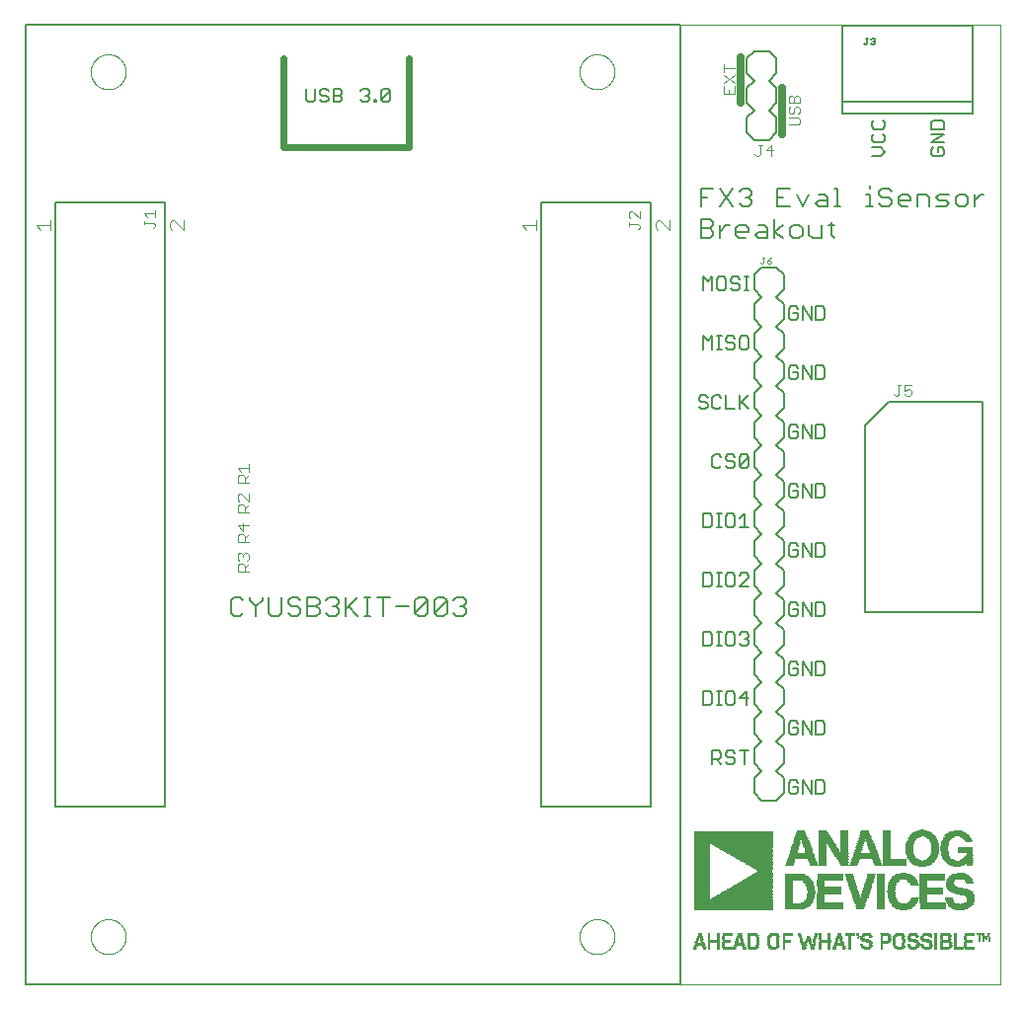
<source format=gto>
G75*
%MOIN*%
%OFA0B0*%
%FSLAX25Y25*%
%IPPOS*%
%LPD*%
%AMOC8*
5,1,8,0,0,1.08239X$1,22.5*
%
%ADD10C,0.00000*%
%ADD11C,0.00800*%
%ADD12C,0.00300*%
%ADD13C,0.02500*%
%ADD14C,0.00600*%
%ADD15C,0.02400*%
%ADD16C,0.00500*%
%ADD17R,0.01000X0.00200*%
%ADD18R,0.00800X0.00200*%
%ADD19R,0.03400X0.00200*%
%ADD20R,0.01200X0.00200*%
%ADD21R,0.02800X0.00200*%
%ADD22R,0.02200X0.00200*%
%ADD23R,0.01800X0.00200*%
%ADD24R,0.02000X0.00200*%
%ADD25R,0.03000X0.00200*%
%ADD26R,0.03200X0.00200*%
%ADD27R,0.02600X0.00200*%
%ADD28R,0.03600X0.00200*%
%ADD29R,0.01400X0.00200*%
%ADD30R,0.03800X0.00200*%
%ADD31R,0.01600X0.00200*%
%ADD32R,0.04000X0.00200*%
%ADD33R,0.00400X0.00200*%
%ADD34R,0.00600X0.00200*%
%ADD35R,0.00200X0.00200*%
%ADD36R,0.02400X0.00200*%
%ADD37R,0.26600X0.00200*%
%ADD38R,0.05600X0.00200*%
%ADD39R,0.09000X0.00200*%
%ADD40R,0.08800X0.00200*%
%ADD41R,0.04600X0.00200*%
%ADD42R,0.06600X0.00200*%
%ADD43R,0.05200X0.00200*%
%ADD44R,0.05400X0.00200*%
%ADD45R,0.07200X0.00200*%
%ADD46R,0.05800X0.00200*%
%ADD47R,0.06200X0.00200*%
%ADD48R,0.07600X0.00200*%
%ADD49R,0.06400X0.00200*%
%ADD50R,0.07000X0.00200*%
%ADD51R,0.08000X0.00200*%
%ADD52R,0.07400X0.00200*%
%ADD53R,0.08200X0.00200*%
%ADD54R,0.07800X0.00200*%
%ADD55R,0.08400X0.00200*%
%ADD56R,0.08600X0.00200*%
%ADD57R,0.04400X0.00200*%
%ADD58R,0.04800X0.00200*%
%ADD59R,0.20800X0.00200*%
%ADD60R,0.20400X0.00200*%
%ADD61R,0.20000X0.00200*%
%ADD62R,0.19800X0.00200*%
%ADD63R,0.19400X0.00200*%
%ADD64R,0.19000X0.00200*%
%ADD65R,0.18800X0.00200*%
%ADD66R,0.18400X0.00200*%
%ADD67R,0.18000X0.00200*%
%ADD68R,0.17600X0.00200*%
%ADD69R,0.17400X0.00200*%
%ADD70R,0.17000X0.00200*%
%ADD71R,0.16600X0.00200*%
%ADD72R,0.16400X0.00200*%
%ADD73R,0.16000X0.00200*%
%ADD74R,0.15600X0.00200*%
%ADD75R,0.15400X0.00200*%
%ADD76R,0.15000X0.00200*%
%ADD77R,0.14600X0.00200*%
%ADD78R,0.14200X0.00200*%
%ADD79R,0.14000X0.00200*%
%ADD80R,0.13600X0.00200*%
%ADD81R,0.13200X0.00200*%
%ADD82R,0.13000X0.00200*%
%ADD83R,0.12600X0.00200*%
%ADD84R,0.12200X0.00200*%
%ADD85R,0.12000X0.00200*%
%ADD86R,0.11600X0.00200*%
%ADD87R,0.11200X0.00200*%
%ADD88R,0.10800X0.00200*%
%ADD89R,0.10600X0.00200*%
%ADD90R,0.10200X0.00200*%
%ADD91R,0.09800X0.00200*%
%ADD92R,0.09600X0.00200*%
%ADD93R,0.09200X0.00200*%
%ADD94R,0.06800X0.00200*%
%ADD95R,0.05000X0.00200*%
%ADD96R,0.06000X0.00200*%
%ADD97R,0.04200X0.00200*%
%ADD98R,0.10000X0.00200*%
%ADD99R,0.10400X0.00200*%
%ADD100R,0.09400X0.00200*%
%ADD101R,0.11000X0.00200*%
%ADD102R,0.11400X0.00200*%
%ADD103R,0.11800X0.00200*%
%ADD104R,0.12400X0.00200*%
%ADD105R,0.12800X0.00200*%
%ADD106R,0.16800X0.00200*%
%ADD107R,0.17200X0.00200*%
%ADD108R,0.17800X0.00200*%
%ADD109R,0.18200X0.00200*%
%ADD110R,0.18600X0.00200*%
%ADD111R,0.19200X0.00200*%
%ADD112R,0.19600X0.00200*%
%ADD113R,0.20600X0.00200*%
%ADD114C,0.00400*%
%ADD115C,0.00200*%
D10*
X0048595Y0047933D02*
X0048595Y0371933D01*
X0377595Y0371933D01*
X0377595Y0047933D01*
X0048595Y0047933D01*
X0070695Y0063933D02*
X0070697Y0064086D01*
X0070703Y0064239D01*
X0070713Y0064392D01*
X0070727Y0064545D01*
X0070745Y0064697D01*
X0070766Y0064848D01*
X0070792Y0064999D01*
X0070822Y0065150D01*
X0070855Y0065299D01*
X0070893Y0065448D01*
X0070934Y0065595D01*
X0070979Y0065742D01*
X0071028Y0065887D01*
X0071080Y0066031D01*
X0071137Y0066173D01*
X0071197Y0066314D01*
X0071260Y0066453D01*
X0071328Y0066591D01*
X0071398Y0066727D01*
X0071473Y0066861D01*
X0071550Y0066993D01*
X0071632Y0067123D01*
X0071716Y0067251D01*
X0071804Y0067376D01*
X0071895Y0067499D01*
X0071989Y0067620D01*
X0072086Y0067738D01*
X0072187Y0067854D01*
X0072290Y0067967D01*
X0072396Y0068078D01*
X0072505Y0068185D01*
X0072617Y0068290D01*
X0072731Y0068392D01*
X0072848Y0068491D01*
X0072968Y0068586D01*
X0073090Y0068679D01*
X0073214Y0068768D01*
X0073341Y0068855D01*
X0073470Y0068937D01*
X0073601Y0069017D01*
X0073734Y0069093D01*
X0073869Y0069165D01*
X0074006Y0069234D01*
X0074144Y0069300D01*
X0074284Y0069362D01*
X0074426Y0069420D01*
X0074569Y0069474D01*
X0074714Y0069525D01*
X0074859Y0069572D01*
X0075006Y0069615D01*
X0075154Y0069654D01*
X0075303Y0069690D01*
X0075453Y0069721D01*
X0075604Y0069749D01*
X0075755Y0069773D01*
X0075907Y0069793D01*
X0076060Y0069809D01*
X0076212Y0069821D01*
X0076365Y0069829D01*
X0076518Y0069833D01*
X0076672Y0069833D01*
X0076825Y0069829D01*
X0076978Y0069821D01*
X0077130Y0069809D01*
X0077283Y0069793D01*
X0077435Y0069773D01*
X0077586Y0069749D01*
X0077737Y0069721D01*
X0077887Y0069690D01*
X0078036Y0069654D01*
X0078184Y0069615D01*
X0078331Y0069572D01*
X0078476Y0069525D01*
X0078621Y0069474D01*
X0078764Y0069420D01*
X0078906Y0069362D01*
X0079046Y0069300D01*
X0079184Y0069234D01*
X0079321Y0069165D01*
X0079456Y0069093D01*
X0079589Y0069017D01*
X0079720Y0068937D01*
X0079849Y0068855D01*
X0079976Y0068768D01*
X0080100Y0068679D01*
X0080222Y0068586D01*
X0080342Y0068491D01*
X0080459Y0068392D01*
X0080573Y0068290D01*
X0080685Y0068185D01*
X0080794Y0068078D01*
X0080900Y0067967D01*
X0081003Y0067854D01*
X0081104Y0067738D01*
X0081201Y0067620D01*
X0081295Y0067499D01*
X0081386Y0067376D01*
X0081474Y0067251D01*
X0081558Y0067123D01*
X0081640Y0066993D01*
X0081717Y0066861D01*
X0081792Y0066727D01*
X0081862Y0066591D01*
X0081930Y0066453D01*
X0081993Y0066314D01*
X0082053Y0066173D01*
X0082110Y0066031D01*
X0082162Y0065887D01*
X0082211Y0065742D01*
X0082256Y0065595D01*
X0082297Y0065448D01*
X0082335Y0065299D01*
X0082368Y0065150D01*
X0082398Y0064999D01*
X0082424Y0064848D01*
X0082445Y0064697D01*
X0082463Y0064545D01*
X0082477Y0064392D01*
X0082487Y0064239D01*
X0082493Y0064086D01*
X0082495Y0063933D01*
X0082493Y0063780D01*
X0082487Y0063627D01*
X0082477Y0063474D01*
X0082463Y0063321D01*
X0082445Y0063169D01*
X0082424Y0063018D01*
X0082398Y0062867D01*
X0082368Y0062716D01*
X0082335Y0062567D01*
X0082297Y0062418D01*
X0082256Y0062271D01*
X0082211Y0062124D01*
X0082162Y0061979D01*
X0082110Y0061835D01*
X0082053Y0061693D01*
X0081993Y0061552D01*
X0081930Y0061413D01*
X0081862Y0061275D01*
X0081792Y0061139D01*
X0081717Y0061005D01*
X0081640Y0060873D01*
X0081558Y0060743D01*
X0081474Y0060615D01*
X0081386Y0060490D01*
X0081295Y0060367D01*
X0081201Y0060246D01*
X0081104Y0060128D01*
X0081003Y0060012D01*
X0080900Y0059899D01*
X0080794Y0059788D01*
X0080685Y0059681D01*
X0080573Y0059576D01*
X0080459Y0059474D01*
X0080342Y0059375D01*
X0080222Y0059280D01*
X0080100Y0059187D01*
X0079976Y0059098D01*
X0079849Y0059011D01*
X0079720Y0058929D01*
X0079589Y0058849D01*
X0079456Y0058773D01*
X0079321Y0058701D01*
X0079184Y0058632D01*
X0079046Y0058566D01*
X0078906Y0058504D01*
X0078764Y0058446D01*
X0078621Y0058392D01*
X0078476Y0058341D01*
X0078331Y0058294D01*
X0078184Y0058251D01*
X0078036Y0058212D01*
X0077887Y0058176D01*
X0077737Y0058145D01*
X0077586Y0058117D01*
X0077435Y0058093D01*
X0077283Y0058073D01*
X0077130Y0058057D01*
X0076978Y0058045D01*
X0076825Y0058037D01*
X0076672Y0058033D01*
X0076518Y0058033D01*
X0076365Y0058037D01*
X0076212Y0058045D01*
X0076060Y0058057D01*
X0075907Y0058073D01*
X0075755Y0058093D01*
X0075604Y0058117D01*
X0075453Y0058145D01*
X0075303Y0058176D01*
X0075154Y0058212D01*
X0075006Y0058251D01*
X0074859Y0058294D01*
X0074714Y0058341D01*
X0074569Y0058392D01*
X0074426Y0058446D01*
X0074284Y0058504D01*
X0074144Y0058566D01*
X0074006Y0058632D01*
X0073869Y0058701D01*
X0073734Y0058773D01*
X0073601Y0058849D01*
X0073470Y0058929D01*
X0073341Y0059011D01*
X0073214Y0059098D01*
X0073090Y0059187D01*
X0072968Y0059280D01*
X0072848Y0059375D01*
X0072731Y0059474D01*
X0072617Y0059576D01*
X0072505Y0059681D01*
X0072396Y0059788D01*
X0072290Y0059899D01*
X0072187Y0060012D01*
X0072086Y0060128D01*
X0071989Y0060246D01*
X0071895Y0060367D01*
X0071804Y0060490D01*
X0071716Y0060615D01*
X0071632Y0060743D01*
X0071550Y0060873D01*
X0071473Y0061005D01*
X0071398Y0061139D01*
X0071328Y0061275D01*
X0071260Y0061413D01*
X0071197Y0061552D01*
X0071137Y0061693D01*
X0071080Y0061835D01*
X0071028Y0061979D01*
X0070979Y0062124D01*
X0070934Y0062271D01*
X0070893Y0062418D01*
X0070855Y0062567D01*
X0070822Y0062716D01*
X0070792Y0062867D01*
X0070766Y0063018D01*
X0070745Y0063169D01*
X0070727Y0063321D01*
X0070713Y0063474D01*
X0070703Y0063627D01*
X0070697Y0063780D01*
X0070695Y0063933D01*
X0235695Y0063933D02*
X0235697Y0064086D01*
X0235703Y0064239D01*
X0235713Y0064392D01*
X0235727Y0064545D01*
X0235745Y0064697D01*
X0235766Y0064848D01*
X0235792Y0064999D01*
X0235822Y0065150D01*
X0235855Y0065299D01*
X0235893Y0065448D01*
X0235934Y0065595D01*
X0235979Y0065742D01*
X0236028Y0065887D01*
X0236080Y0066031D01*
X0236137Y0066173D01*
X0236197Y0066314D01*
X0236260Y0066453D01*
X0236328Y0066591D01*
X0236398Y0066727D01*
X0236473Y0066861D01*
X0236550Y0066993D01*
X0236632Y0067123D01*
X0236716Y0067251D01*
X0236804Y0067376D01*
X0236895Y0067499D01*
X0236989Y0067620D01*
X0237086Y0067738D01*
X0237187Y0067854D01*
X0237290Y0067967D01*
X0237396Y0068078D01*
X0237505Y0068185D01*
X0237617Y0068290D01*
X0237731Y0068392D01*
X0237848Y0068491D01*
X0237968Y0068586D01*
X0238090Y0068679D01*
X0238214Y0068768D01*
X0238341Y0068855D01*
X0238470Y0068937D01*
X0238601Y0069017D01*
X0238734Y0069093D01*
X0238869Y0069165D01*
X0239006Y0069234D01*
X0239144Y0069300D01*
X0239284Y0069362D01*
X0239426Y0069420D01*
X0239569Y0069474D01*
X0239714Y0069525D01*
X0239859Y0069572D01*
X0240006Y0069615D01*
X0240154Y0069654D01*
X0240303Y0069690D01*
X0240453Y0069721D01*
X0240604Y0069749D01*
X0240755Y0069773D01*
X0240907Y0069793D01*
X0241060Y0069809D01*
X0241212Y0069821D01*
X0241365Y0069829D01*
X0241518Y0069833D01*
X0241672Y0069833D01*
X0241825Y0069829D01*
X0241978Y0069821D01*
X0242130Y0069809D01*
X0242283Y0069793D01*
X0242435Y0069773D01*
X0242586Y0069749D01*
X0242737Y0069721D01*
X0242887Y0069690D01*
X0243036Y0069654D01*
X0243184Y0069615D01*
X0243331Y0069572D01*
X0243476Y0069525D01*
X0243621Y0069474D01*
X0243764Y0069420D01*
X0243906Y0069362D01*
X0244046Y0069300D01*
X0244184Y0069234D01*
X0244321Y0069165D01*
X0244456Y0069093D01*
X0244589Y0069017D01*
X0244720Y0068937D01*
X0244849Y0068855D01*
X0244976Y0068768D01*
X0245100Y0068679D01*
X0245222Y0068586D01*
X0245342Y0068491D01*
X0245459Y0068392D01*
X0245573Y0068290D01*
X0245685Y0068185D01*
X0245794Y0068078D01*
X0245900Y0067967D01*
X0246003Y0067854D01*
X0246104Y0067738D01*
X0246201Y0067620D01*
X0246295Y0067499D01*
X0246386Y0067376D01*
X0246474Y0067251D01*
X0246558Y0067123D01*
X0246640Y0066993D01*
X0246717Y0066861D01*
X0246792Y0066727D01*
X0246862Y0066591D01*
X0246930Y0066453D01*
X0246993Y0066314D01*
X0247053Y0066173D01*
X0247110Y0066031D01*
X0247162Y0065887D01*
X0247211Y0065742D01*
X0247256Y0065595D01*
X0247297Y0065448D01*
X0247335Y0065299D01*
X0247368Y0065150D01*
X0247398Y0064999D01*
X0247424Y0064848D01*
X0247445Y0064697D01*
X0247463Y0064545D01*
X0247477Y0064392D01*
X0247487Y0064239D01*
X0247493Y0064086D01*
X0247495Y0063933D01*
X0247493Y0063780D01*
X0247487Y0063627D01*
X0247477Y0063474D01*
X0247463Y0063321D01*
X0247445Y0063169D01*
X0247424Y0063018D01*
X0247398Y0062867D01*
X0247368Y0062716D01*
X0247335Y0062567D01*
X0247297Y0062418D01*
X0247256Y0062271D01*
X0247211Y0062124D01*
X0247162Y0061979D01*
X0247110Y0061835D01*
X0247053Y0061693D01*
X0246993Y0061552D01*
X0246930Y0061413D01*
X0246862Y0061275D01*
X0246792Y0061139D01*
X0246717Y0061005D01*
X0246640Y0060873D01*
X0246558Y0060743D01*
X0246474Y0060615D01*
X0246386Y0060490D01*
X0246295Y0060367D01*
X0246201Y0060246D01*
X0246104Y0060128D01*
X0246003Y0060012D01*
X0245900Y0059899D01*
X0245794Y0059788D01*
X0245685Y0059681D01*
X0245573Y0059576D01*
X0245459Y0059474D01*
X0245342Y0059375D01*
X0245222Y0059280D01*
X0245100Y0059187D01*
X0244976Y0059098D01*
X0244849Y0059011D01*
X0244720Y0058929D01*
X0244589Y0058849D01*
X0244456Y0058773D01*
X0244321Y0058701D01*
X0244184Y0058632D01*
X0244046Y0058566D01*
X0243906Y0058504D01*
X0243764Y0058446D01*
X0243621Y0058392D01*
X0243476Y0058341D01*
X0243331Y0058294D01*
X0243184Y0058251D01*
X0243036Y0058212D01*
X0242887Y0058176D01*
X0242737Y0058145D01*
X0242586Y0058117D01*
X0242435Y0058093D01*
X0242283Y0058073D01*
X0242130Y0058057D01*
X0241978Y0058045D01*
X0241825Y0058037D01*
X0241672Y0058033D01*
X0241518Y0058033D01*
X0241365Y0058037D01*
X0241212Y0058045D01*
X0241060Y0058057D01*
X0240907Y0058073D01*
X0240755Y0058093D01*
X0240604Y0058117D01*
X0240453Y0058145D01*
X0240303Y0058176D01*
X0240154Y0058212D01*
X0240006Y0058251D01*
X0239859Y0058294D01*
X0239714Y0058341D01*
X0239569Y0058392D01*
X0239426Y0058446D01*
X0239284Y0058504D01*
X0239144Y0058566D01*
X0239006Y0058632D01*
X0238869Y0058701D01*
X0238734Y0058773D01*
X0238601Y0058849D01*
X0238470Y0058929D01*
X0238341Y0059011D01*
X0238214Y0059098D01*
X0238090Y0059187D01*
X0237968Y0059280D01*
X0237848Y0059375D01*
X0237731Y0059474D01*
X0237617Y0059576D01*
X0237505Y0059681D01*
X0237396Y0059788D01*
X0237290Y0059899D01*
X0237187Y0060012D01*
X0237086Y0060128D01*
X0236989Y0060246D01*
X0236895Y0060367D01*
X0236804Y0060490D01*
X0236716Y0060615D01*
X0236632Y0060743D01*
X0236550Y0060873D01*
X0236473Y0061005D01*
X0236398Y0061139D01*
X0236328Y0061275D01*
X0236260Y0061413D01*
X0236197Y0061552D01*
X0236137Y0061693D01*
X0236080Y0061835D01*
X0236028Y0061979D01*
X0235979Y0062124D01*
X0235934Y0062271D01*
X0235893Y0062418D01*
X0235855Y0062567D01*
X0235822Y0062716D01*
X0235792Y0062867D01*
X0235766Y0063018D01*
X0235745Y0063169D01*
X0235727Y0063321D01*
X0235713Y0063474D01*
X0235703Y0063627D01*
X0235697Y0063780D01*
X0235695Y0063933D01*
X0235695Y0355933D02*
X0235697Y0356086D01*
X0235703Y0356239D01*
X0235713Y0356392D01*
X0235727Y0356545D01*
X0235745Y0356697D01*
X0235766Y0356848D01*
X0235792Y0356999D01*
X0235822Y0357150D01*
X0235855Y0357299D01*
X0235893Y0357448D01*
X0235934Y0357595D01*
X0235979Y0357742D01*
X0236028Y0357887D01*
X0236080Y0358031D01*
X0236137Y0358173D01*
X0236197Y0358314D01*
X0236260Y0358453D01*
X0236328Y0358591D01*
X0236398Y0358727D01*
X0236473Y0358861D01*
X0236550Y0358993D01*
X0236632Y0359123D01*
X0236716Y0359251D01*
X0236804Y0359376D01*
X0236895Y0359499D01*
X0236989Y0359620D01*
X0237086Y0359738D01*
X0237187Y0359854D01*
X0237290Y0359967D01*
X0237396Y0360078D01*
X0237505Y0360185D01*
X0237617Y0360290D01*
X0237731Y0360392D01*
X0237848Y0360491D01*
X0237968Y0360586D01*
X0238090Y0360679D01*
X0238214Y0360768D01*
X0238341Y0360855D01*
X0238470Y0360937D01*
X0238601Y0361017D01*
X0238734Y0361093D01*
X0238869Y0361165D01*
X0239006Y0361234D01*
X0239144Y0361300D01*
X0239284Y0361362D01*
X0239426Y0361420D01*
X0239569Y0361474D01*
X0239714Y0361525D01*
X0239859Y0361572D01*
X0240006Y0361615D01*
X0240154Y0361654D01*
X0240303Y0361690D01*
X0240453Y0361721D01*
X0240604Y0361749D01*
X0240755Y0361773D01*
X0240907Y0361793D01*
X0241060Y0361809D01*
X0241212Y0361821D01*
X0241365Y0361829D01*
X0241518Y0361833D01*
X0241672Y0361833D01*
X0241825Y0361829D01*
X0241978Y0361821D01*
X0242130Y0361809D01*
X0242283Y0361793D01*
X0242435Y0361773D01*
X0242586Y0361749D01*
X0242737Y0361721D01*
X0242887Y0361690D01*
X0243036Y0361654D01*
X0243184Y0361615D01*
X0243331Y0361572D01*
X0243476Y0361525D01*
X0243621Y0361474D01*
X0243764Y0361420D01*
X0243906Y0361362D01*
X0244046Y0361300D01*
X0244184Y0361234D01*
X0244321Y0361165D01*
X0244456Y0361093D01*
X0244589Y0361017D01*
X0244720Y0360937D01*
X0244849Y0360855D01*
X0244976Y0360768D01*
X0245100Y0360679D01*
X0245222Y0360586D01*
X0245342Y0360491D01*
X0245459Y0360392D01*
X0245573Y0360290D01*
X0245685Y0360185D01*
X0245794Y0360078D01*
X0245900Y0359967D01*
X0246003Y0359854D01*
X0246104Y0359738D01*
X0246201Y0359620D01*
X0246295Y0359499D01*
X0246386Y0359376D01*
X0246474Y0359251D01*
X0246558Y0359123D01*
X0246640Y0358993D01*
X0246717Y0358861D01*
X0246792Y0358727D01*
X0246862Y0358591D01*
X0246930Y0358453D01*
X0246993Y0358314D01*
X0247053Y0358173D01*
X0247110Y0358031D01*
X0247162Y0357887D01*
X0247211Y0357742D01*
X0247256Y0357595D01*
X0247297Y0357448D01*
X0247335Y0357299D01*
X0247368Y0357150D01*
X0247398Y0356999D01*
X0247424Y0356848D01*
X0247445Y0356697D01*
X0247463Y0356545D01*
X0247477Y0356392D01*
X0247487Y0356239D01*
X0247493Y0356086D01*
X0247495Y0355933D01*
X0247493Y0355780D01*
X0247487Y0355627D01*
X0247477Y0355474D01*
X0247463Y0355321D01*
X0247445Y0355169D01*
X0247424Y0355018D01*
X0247398Y0354867D01*
X0247368Y0354716D01*
X0247335Y0354567D01*
X0247297Y0354418D01*
X0247256Y0354271D01*
X0247211Y0354124D01*
X0247162Y0353979D01*
X0247110Y0353835D01*
X0247053Y0353693D01*
X0246993Y0353552D01*
X0246930Y0353413D01*
X0246862Y0353275D01*
X0246792Y0353139D01*
X0246717Y0353005D01*
X0246640Y0352873D01*
X0246558Y0352743D01*
X0246474Y0352615D01*
X0246386Y0352490D01*
X0246295Y0352367D01*
X0246201Y0352246D01*
X0246104Y0352128D01*
X0246003Y0352012D01*
X0245900Y0351899D01*
X0245794Y0351788D01*
X0245685Y0351681D01*
X0245573Y0351576D01*
X0245459Y0351474D01*
X0245342Y0351375D01*
X0245222Y0351280D01*
X0245100Y0351187D01*
X0244976Y0351098D01*
X0244849Y0351011D01*
X0244720Y0350929D01*
X0244589Y0350849D01*
X0244456Y0350773D01*
X0244321Y0350701D01*
X0244184Y0350632D01*
X0244046Y0350566D01*
X0243906Y0350504D01*
X0243764Y0350446D01*
X0243621Y0350392D01*
X0243476Y0350341D01*
X0243331Y0350294D01*
X0243184Y0350251D01*
X0243036Y0350212D01*
X0242887Y0350176D01*
X0242737Y0350145D01*
X0242586Y0350117D01*
X0242435Y0350093D01*
X0242283Y0350073D01*
X0242130Y0350057D01*
X0241978Y0350045D01*
X0241825Y0350037D01*
X0241672Y0350033D01*
X0241518Y0350033D01*
X0241365Y0350037D01*
X0241212Y0350045D01*
X0241060Y0350057D01*
X0240907Y0350073D01*
X0240755Y0350093D01*
X0240604Y0350117D01*
X0240453Y0350145D01*
X0240303Y0350176D01*
X0240154Y0350212D01*
X0240006Y0350251D01*
X0239859Y0350294D01*
X0239714Y0350341D01*
X0239569Y0350392D01*
X0239426Y0350446D01*
X0239284Y0350504D01*
X0239144Y0350566D01*
X0239006Y0350632D01*
X0238869Y0350701D01*
X0238734Y0350773D01*
X0238601Y0350849D01*
X0238470Y0350929D01*
X0238341Y0351011D01*
X0238214Y0351098D01*
X0238090Y0351187D01*
X0237968Y0351280D01*
X0237848Y0351375D01*
X0237731Y0351474D01*
X0237617Y0351576D01*
X0237505Y0351681D01*
X0237396Y0351788D01*
X0237290Y0351899D01*
X0237187Y0352012D01*
X0237086Y0352128D01*
X0236989Y0352246D01*
X0236895Y0352367D01*
X0236804Y0352490D01*
X0236716Y0352615D01*
X0236632Y0352743D01*
X0236550Y0352873D01*
X0236473Y0353005D01*
X0236398Y0353139D01*
X0236328Y0353275D01*
X0236260Y0353413D01*
X0236197Y0353552D01*
X0236137Y0353693D01*
X0236080Y0353835D01*
X0236028Y0353979D01*
X0235979Y0354124D01*
X0235934Y0354271D01*
X0235893Y0354418D01*
X0235855Y0354567D01*
X0235822Y0354716D01*
X0235792Y0354867D01*
X0235766Y0355018D01*
X0235745Y0355169D01*
X0235727Y0355321D01*
X0235713Y0355474D01*
X0235703Y0355627D01*
X0235697Y0355780D01*
X0235695Y0355933D01*
X0070695Y0355933D02*
X0070697Y0356086D01*
X0070703Y0356239D01*
X0070713Y0356392D01*
X0070727Y0356545D01*
X0070745Y0356697D01*
X0070766Y0356848D01*
X0070792Y0356999D01*
X0070822Y0357150D01*
X0070855Y0357299D01*
X0070893Y0357448D01*
X0070934Y0357595D01*
X0070979Y0357742D01*
X0071028Y0357887D01*
X0071080Y0358031D01*
X0071137Y0358173D01*
X0071197Y0358314D01*
X0071260Y0358453D01*
X0071328Y0358591D01*
X0071398Y0358727D01*
X0071473Y0358861D01*
X0071550Y0358993D01*
X0071632Y0359123D01*
X0071716Y0359251D01*
X0071804Y0359376D01*
X0071895Y0359499D01*
X0071989Y0359620D01*
X0072086Y0359738D01*
X0072187Y0359854D01*
X0072290Y0359967D01*
X0072396Y0360078D01*
X0072505Y0360185D01*
X0072617Y0360290D01*
X0072731Y0360392D01*
X0072848Y0360491D01*
X0072968Y0360586D01*
X0073090Y0360679D01*
X0073214Y0360768D01*
X0073341Y0360855D01*
X0073470Y0360937D01*
X0073601Y0361017D01*
X0073734Y0361093D01*
X0073869Y0361165D01*
X0074006Y0361234D01*
X0074144Y0361300D01*
X0074284Y0361362D01*
X0074426Y0361420D01*
X0074569Y0361474D01*
X0074714Y0361525D01*
X0074859Y0361572D01*
X0075006Y0361615D01*
X0075154Y0361654D01*
X0075303Y0361690D01*
X0075453Y0361721D01*
X0075604Y0361749D01*
X0075755Y0361773D01*
X0075907Y0361793D01*
X0076060Y0361809D01*
X0076212Y0361821D01*
X0076365Y0361829D01*
X0076518Y0361833D01*
X0076672Y0361833D01*
X0076825Y0361829D01*
X0076978Y0361821D01*
X0077130Y0361809D01*
X0077283Y0361793D01*
X0077435Y0361773D01*
X0077586Y0361749D01*
X0077737Y0361721D01*
X0077887Y0361690D01*
X0078036Y0361654D01*
X0078184Y0361615D01*
X0078331Y0361572D01*
X0078476Y0361525D01*
X0078621Y0361474D01*
X0078764Y0361420D01*
X0078906Y0361362D01*
X0079046Y0361300D01*
X0079184Y0361234D01*
X0079321Y0361165D01*
X0079456Y0361093D01*
X0079589Y0361017D01*
X0079720Y0360937D01*
X0079849Y0360855D01*
X0079976Y0360768D01*
X0080100Y0360679D01*
X0080222Y0360586D01*
X0080342Y0360491D01*
X0080459Y0360392D01*
X0080573Y0360290D01*
X0080685Y0360185D01*
X0080794Y0360078D01*
X0080900Y0359967D01*
X0081003Y0359854D01*
X0081104Y0359738D01*
X0081201Y0359620D01*
X0081295Y0359499D01*
X0081386Y0359376D01*
X0081474Y0359251D01*
X0081558Y0359123D01*
X0081640Y0358993D01*
X0081717Y0358861D01*
X0081792Y0358727D01*
X0081862Y0358591D01*
X0081930Y0358453D01*
X0081993Y0358314D01*
X0082053Y0358173D01*
X0082110Y0358031D01*
X0082162Y0357887D01*
X0082211Y0357742D01*
X0082256Y0357595D01*
X0082297Y0357448D01*
X0082335Y0357299D01*
X0082368Y0357150D01*
X0082398Y0356999D01*
X0082424Y0356848D01*
X0082445Y0356697D01*
X0082463Y0356545D01*
X0082477Y0356392D01*
X0082487Y0356239D01*
X0082493Y0356086D01*
X0082495Y0355933D01*
X0082493Y0355780D01*
X0082487Y0355627D01*
X0082477Y0355474D01*
X0082463Y0355321D01*
X0082445Y0355169D01*
X0082424Y0355018D01*
X0082398Y0354867D01*
X0082368Y0354716D01*
X0082335Y0354567D01*
X0082297Y0354418D01*
X0082256Y0354271D01*
X0082211Y0354124D01*
X0082162Y0353979D01*
X0082110Y0353835D01*
X0082053Y0353693D01*
X0081993Y0353552D01*
X0081930Y0353413D01*
X0081862Y0353275D01*
X0081792Y0353139D01*
X0081717Y0353005D01*
X0081640Y0352873D01*
X0081558Y0352743D01*
X0081474Y0352615D01*
X0081386Y0352490D01*
X0081295Y0352367D01*
X0081201Y0352246D01*
X0081104Y0352128D01*
X0081003Y0352012D01*
X0080900Y0351899D01*
X0080794Y0351788D01*
X0080685Y0351681D01*
X0080573Y0351576D01*
X0080459Y0351474D01*
X0080342Y0351375D01*
X0080222Y0351280D01*
X0080100Y0351187D01*
X0079976Y0351098D01*
X0079849Y0351011D01*
X0079720Y0350929D01*
X0079589Y0350849D01*
X0079456Y0350773D01*
X0079321Y0350701D01*
X0079184Y0350632D01*
X0079046Y0350566D01*
X0078906Y0350504D01*
X0078764Y0350446D01*
X0078621Y0350392D01*
X0078476Y0350341D01*
X0078331Y0350294D01*
X0078184Y0350251D01*
X0078036Y0350212D01*
X0077887Y0350176D01*
X0077737Y0350145D01*
X0077586Y0350117D01*
X0077435Y0350093D01*
X0077283Y0350073D01*
X0077130Y0350057D01*
X0076978Y0350045D01*
X0076825Y0350037D01*
X0076672Y0350033D01*
X0076518Y0350033D01*
X0076365Y0350037D01*
X0076212Y0350045D01*
X0076060Y0350057D01*
X0075907Y0350073D01*
X0075755Y0350093D01*
X0075604Y0350117D01*
X0075453Y0350145D01*
X0075303Y0350176D01*
X0075154Y0350212D01*
X0075006Y0350251D01*
X0074859Y0350294D01*
X0074714Y0350341D01*
X0074569Y0350392D01*
X0074426Y0350446D01*
X0074284Y0350504D01*
X0074144Y0350566D01*
X0074006Y0350632D01*
X0073869Y0350701D01*
X0073734Y0350773D01*
X0073601Y0350849D01*
X0073470Y0350929D01*
X0073341Y0351011D01*
X0073214Y0351098D01*
X0073090Y0351187D01*
X0072968Y0351280D01*
X0072848Y0351375D01*
X0072731Y0351474D01*
X0072617Y0351576D01*
X0072505Y0351681D01*
X0072396Y0351788D01*
X0072290Y0351899D01*
X0072187Y0352012D01*
X0072086Y0352128D01*
X0071989Y0352246D01*
X0071895Y0352367D01*
X0071804Y0352490D01*
X0071716Y0352615D01*
X0071632Y0352743D01*
X0071550Y0352873D01*
X0071473Y0353005D01*
X0071398Y0353139D01*
X0071328Y0353275D01*
X0071260Y0353413D01*
X0071197Y0353552D01*
X0071137Y0353693D01*
X0071080Y0353835D01*
X0071028Y0353979D01*
X0070979Y0354124D01*
X0070934Y0354271D01*
X0070893Y0354418D01*
X0070855Y0354567D01*
X0070822Y0354716D01*
X0070792Y0354867D01*
X0070766Y0355018D01*
X0070745Y0355169D01*
X0070727Y0355321D01*
X0070713Y0355474D01*
X0070703Y0355627D01*
X0070697Y0355780D01*
X0070695Y0355933D01*
D11*
X0276695Y0316638D02*
X0276695Y0310433D01*
X0276695Y0313536D02*
X0278764Y0313536D01*
X0276695Y0316638D02*
X0280832Y0316638D01*
X0283141Y0316638D02*
X0287277Y0310433D01*
X0289586Y0311467D02*
X0290620Y0310433D01*
X0292689Y0310433D01*
X0293723Y0311467D01*
X0293723Y0312502D01*
X0292689Y0313536D01*
X0291655Y0313536D01*
X0292689Y0313536D02*
X0293723Y0314570D01*
X0293723Y0315604D01*
X0292689Y0316638D01*
X0290620Y0316638D01*
X0289586Y0315604D01*
X0287277Y0316638D02*
X0283141Y0310433D01*
X0279798Y0306138D02*
X0280832Y0305104D01*
X0280832Y0304070D01*
X0279798Y0303036D01*
X0276695Y0303036D01*
X0276695Y0306138D02*
X0276695Y0299933D01*
X0279798Y0299933D01*
X0280832Y0300967D01*
X0280832Y0302002D01*
X0279798Y0303036D01*
X0279798Y0306138D02*
X0276695Y0306138D01*
X0283141Y0304070D02*
X0283141Y0299933D01*
X0283141Y0302002D02*
X0285209Y0304070D01*
X0286243Y0304070D01*
X0288512Y0303036D02*
X0289546Y0304070D01*
X0291615Y0304070D01*
X0292649Y0303036D01*
X0292649Y0302002D01*
X0288512Y0302002D01*
X0288512Y0303036D02*
X0288512Y0300967D01*
X0289546Y0299933D01*
X0291615Y0299933D01*
X0294957Y0300967D02*
X0295992Y0302002D01*
X0299094Y0302002D01*
X0299094Y0303036D02*
X0299094Y0299933D01*
X0295992Y0299933D01*
X0294957Y0300967D01*
X0295992Y0304070D02*
X0298060Y0304070D01*
X0299094Y0303036D01*
X0301403Y0302002D02*
X0304506Y0304070D01*
X0306774Y0303036D02*
X0306774Y0300967D01*
X0307808Y0299933D01*
X0309877Y0299933D01*
X0310911Y0300967D01*
X0310911Y0303036D01*
X0309877Y0304070D01*
X0307808Y0304070D01*
X0306774Y0303036D01*
X0304506Y0299933D02*
X0301403Y0302002D01*
X0301403Y0299933D02*
X0301403Y0306138D01*
X0302477Y0310433D02*
X0306614Y0310433D01*
X0304546Y0313536D02*
X0302477Y0313536D01*
X0302477Y0316638D02*
X0302477Y0310433D01*
X0308923Y0314570D02*
X0310991Y0310433D01*
X0313059Y0314570D01*
X0316402Y0314570D02*
X0318471Y0314570D01*
X0319505Y0313536D01*
X0319505Y0310433D01*
X0316402Y0310433D01*
X0315368Y0311467D01*
X0316402Y0312502D01*
X0319505Y0312502D01*
X0321814Y0310433D02*
X0323882Y0310433D01*
X0322848Y0310433D02*
X0322848Y0316638D01*
X0321814Y0316638D01*
X0332556Y0314570D02*
X0333590Y0314570D01*
X0333590Y0310433D01*
X0332556Y0310433D02*
X0334625Y0310433D01*
X0336853Y0311467D02*
X0337887Y0310433D01*
X0339956Y0310433D01*
X0340990Y0311467D01*
X0340990Y0312502D01*
X0339956Y0313536D01*
X0337887Y0313536D01*
X0336853Y0314570D01*
X0336853Y0315604D01*
X0337887Y0316638D01*
X0339956Y0316638D01*
X0340990Y0315604D01*
X0343299Y0313536D02*
X0344333Y0314570D01*
X0346401Y0314570D01*
X0347435Y0313536D01*
X0347435Y0312502D01*
X0343299Y0312502D01*
X0343299Y0313536D02*
X0343299Y0311467D01*
X0344333Y0310433D01*
X0346401Y0310433D01*
X0349744Y0310433D02*
X0349744Y0314570D01*
X0352847Y0314570D01*
X0353881Y0313536D01*
X0353881Y0310433D01*
X0356190Y0310433D02*
X0359292Y0310433D01*
X0360326Y0311467D01*
X0359292Y0312502D01*
X0357224Y0312502D01*
X0356190Y0313536D01*
X0357224Y0314570D01*
X0360326Y0314570D01*
X0362635Y0313536D02*
X0362635Y0311467D01*
X0363669Y0310433D01*
X0365738Y0310433D01*
X0366772Y0311467D01*
X0366772Y0313536D01*
X0365738Y0314570D01*
X0363669Y0314570D01*
X0362635Y0313536D01*
X0369081Y0314570D02*
X0369081Y0310433D01*
X0369081Y0312502D02*
X0371149Y0314570D01*
X0372183Y0314570D01*
X0333590Y0316638D02*
X0333590Y0317673D01*
X0306614Y0316638D02*
X0302477Y0316638D01*
X0320699Y0305104D02*
X0320699Y0300967D01*
X0321734Y0299933D01*
X0321734Y0304070D02*
X0319665Y0304070D01*
X0317356Y0304070D02*
X0317356Y0299933D01*
X0314254Y0299933D01*
X0313220Y0300967D01*
X0313220Y0304070D01*
X0302095Y0289933D02*
X0304595Y0287433D01*
X0304595Y0282433D01*
X0302095Y0279933D01*
X0304595Y0277433D01*
X0304595Y0272433D01*
X0302095Y0269933D01*
X0304595Y0267433D01*
X0304595Y0262433D01*
X0302095Y0259933D01*
X0304595Y0257433D01*
X0304595Y0252433D01*
X0302095Y0249933D01*
X0304595Y0247433D01*
X0304595Y0242433D01*
X0302095Y0239933D01*
X0304595Y0237433D01*
X0304595Y0232433D01*
X0302095Y0229933D01*
X0304595Y0227433D01*
X0304595Y0222433D01*
X0302095Y0219933D01*
X0304595Y0217433D01*
X0304595Y0212433D01*
X0302095Y0209933D01*
X0304595Y0207433D01*
X0304595Y0202433D01*
X0302095Y0199933D01*
X0304595Y0197433D01*
X0304595Y0192433D01*
X0302095Y0189933D01*
X0304595Y0187433D01*
X0304595Y0182433D01*
X0302095Y0179933D01*
X0304595Y0177433D01*
X0304595Y0172433D01*
X0302095Y0169933D01*
X0304595Y0167433D01*
X0304595Y0162433D01*
X0302095Y0159933D01*
X0304595Y0157433D01*
X0304595Y0152433D01*
X0302095Y0149933D01*
X0304595Y0147433D01*
X0304595Y0142433D01*
X0302095Y0139933D01*
X0304595Y0137433D01*
X0304595Y0132433D01*
X0302095Y0129933D01*
X0304595Y0127433D01*
X0304595Y0122433D01*
X0302095Y0119933D01*
X0304595Y0117433D01*
X0304595Y0112433D01*
X0302095Y0109933D01*
X0297095Y0109933D01*
X0294595Y0112433D01*
X0294595Y0117433D01*
X0297095Y0119933D01*
X0294595Y0122433D01*
X0294595Y0127433D01*
X0297095Y0129933D01*
X0294595Y0132433D01*
X0294595Y0137433D01*
X0297095Y0139933D01*
X0294595Y0142433D01*
X0294595Y0147433D01*
X0297095Y0149933D01*
X0294595Y0152433D01*
X0294595Y0157433D01*
X0297095Y0159933D01*
X0294595Y0162433D01*
X0294595Y0167433D01*
X0297095Y0169933D01*
X0294595Y0172433D01*
X0294595Y0177433D01*
X0297095Y0179933D01*
X0294595Y0182433D01*
X0294595Y0187433D01*
X0297095Y0189933D01*
X0294595Y0192433D01*
X0294595Y0197433D01*
X0297095Y0199933D01*
X0294595Y0202433D01*
X0294595Y0207433D01*
X0297095Y0209933D01*
X0294595Y0212433D01*
X0294595Y0217433D01*
X0297095Y0219933D01*
X0294595Y0222433D01*
X0294595Y0227433D01*
X0297095Y0229933D01*
X0294595Y0232433D01*
X0294595Y0237433D01*
X0297095Y0239933D01*
X0294595Y0242433D01*
X0294595Y0247433D01*
X0297095Y0249933D01*
X0294595Y0252433D01*
X0294595Y0257433D01*
X0297095Y0259933D01*
X0294595Y0262433D01*
X0294595Y0267433D01*
X0297095Y0269933D01*
X0294595Y0272433D01*
X0294595Y0277433D01*
X0297095Y0279933D01*
X0294595Y0282433D01*
X0294595Y0287433D01*
X0297095Y0289933D01*
X0302095Y0289933D01*
X0299595Y0332933D02*
X0294595Y0332933D01*
X0292095Y0335433D01*
X0292095Y0340433D01*
X0294595Y0342933D01*
X0292095Y0345433D01*
X0292095Y0350433D01*
X0294595Y0352933D01*
X0292095Y0355433D01*
X0292095Y0360433D01*
X0294595Y0362933D01*
X0299595Y0362933D01*
X0302095Y0360433D01*
X0302095Y0355433D01*
X0299595Y0352933D01*
X0302095Y0350433D01*
X0302095Y0345433D01*
X0299595Y0342933D01*
X0302095Y0340433D01*
X0302095Y0335433D01*
X0299595Y0332933D01*
X0324390Y0341941D02*
X0324390Y0345878D01*
X0368485Y0345878D01*
X0368485Y0341941D01*
X0324390Y0341941D01*
X0324390Y0345878D02*
X0324390Y0371469D01*
X0368485Y0371469D01*
X0368485Y0345878D01*
D12*
X0309945Y0345400D02*
X0309945Y0347252D01*
X0309328Y0347869D01*
X0308711Y0347869D01*
X0308094Y0347252D01*
X0308094Y0345400D01*
X0308711Y0344186D02*
X0309328Y0344186D01*
X0309945Y0343568D01*
X0309945Y0342334D01*
X0309328Y0341717D01*
X0309328Y0340502D02*
X0306242Y0340502D01*
X0306859Y0341717D02*
X0307476Y0341717D01*
X0308094Y0342334D01*
X0308094Y0343568D01*
X0308711Y0344186D01*
X0309945Y0345400D02*
X0306242Y0345400D01*
X0306242Y0347252D01*
X0306859Y0347869D01*
X0307476Y0347869D01*
X0308094Y0347252D01*
X0306859Y0344186D02*
X0306242Y0343568D01*
X0306242Y0342334D01*
X0306859Y0341717D01*
X0309328Y0340502D02*
X0309945Y0339885D01*
X0309945Y0338651D01*
X0309328Y0338034D01*
X0306242Y0338034D01*
X0300414Y0331286D02*
X0298562Y0329435D01*
X0301031Y0329435D01*
X0300414Y0331286D02*
X0300414Y0327583D01*
X0296730Y0328200D02*
X0296113Y0327583D01*
X0295496Y0327583D01*
X0294879Y0328200D01*
X0296730Y0328200D02*
X0296730Y0331286D01*
X0296113Y0331286D02*
X0297348Y0331286D01*
X0287945Y0348583D02*
X0287945Y0351052D01*
X0287945Y0352266D02*
X0284242Y0354735D01*
X0284242Y0355949D02*
X0284242Y0358418D01*
X0284242Y0357184D02*
X0287945Y0357184D01*
X0287945Y0354735D02*
X0284242Y0352266D01*
X0284242Y0351052D02*
X0284242Y0348583D01*
X0287945Y0348583D01*
X0286094Y0348583D02*
X0286094Y0349817D01*
X0255945Y0308869D02*
X0255945Y0306400D01*
X0253476Y0308869D01*
X0252859Y0308869D01*
X0252242Y0308252D01*
X0252242Y0307017D01*
X0252859Y0306400D01*
X0252242Y0305186D02*
X0252242Y0303951D01*
X0252242Y0304568D02*
X0255328Y0304568D01*
X0255945Y0303951D01*
X0255945Y0303334D01*
X0255328Y0302717D01*
X0342909Y0250188D02*
X0344143Y0250188D01*
X0343526Y0250188D02*
X0343526Y0247102D01*
X0342909Y0246485D01*
X0342291Y0246485D01*
X0341674Y0247102D01*
X0345357Y0247102D02*
X0345975Y0246485D01*
X0347209Y0246485D01*
X0347826Y0247102D01*
X0347826Y0248336D01*
X0347209Y0248953D01*
X0346592Y0248953D01*
X0345357Y0248336D01*
X0345357Y0250188D01*
X0347826Y0250188D01*
X0123945Y0223369D02*
X0123945Y0220900D01*
X0123945Y0219686D02*
X0122711Y0218451D01*
X0122711Y0219068D02*
X0122711Y0217217D01*
X0123945Y0217217D02*
X0120242Y0217217D01*
X0120242Y0219068D01*
X0120859Y0219686D01*
X0122094Y0219686D01*
X0122711Y0219068D01*
X0121476Y0220900D02*
X0120242Y0222134D01*
X0123945Y0222134D01*
X0123945Y0213369D02*
X0123945Y0210900D01*
X0121476Y0213369D01*
X0120859Y0213369D01*
X0120242Y0212752D01*
X0120242Y0211517D01*
X0120859Y0210900D01*
X0120859Y0209686D02*
X0122094Y0209686D01*
X0122711Y0209068D01*
X0122711Y0207217D01*
X0123945Y0207217D02*
X0120242Y0207217D01*
X0120242Y0209068D01*
X0120859Y0209686D01*
X0122711Y0208451D02*
X0123945Y0209686D01*
X0122094Y0203369D02*
X0122094Y0200900D01*
X0120242Y0202752D01*
X0123945Y0202752D01*
X0123945Y0199686D02*
X0122711Y0198451D01*
X0122711Y0199068D02*
X0122711Y0197217D01*
X0123945Y0197217D02*
X0120242Y0197217D01*
X0120242Y0199068D01*
X0120859Y0199686D01*
X0122094Y0199686D01*
X0122711Y0199068D01*
X0122711Y0193369D02*
X0123328Y0193369D01*
X0123945Y0192752D01*
X0123945Y0191517D01*
X0123328Y0190900D01*
X0123945Y0189686D02*
X0122711Y0188451D01*
X0122711Y0189068D02*
X0122711Y0187217D01*
X0123945Y0187217D02*
X0120242Y0187217D01*
X0120242Y0189068D01*
X0120859Y0189686D01*
X0122094Y0189686D01*
X0122711Y0189068D01*
X0120859Y0190900D02*
X0120242Y0191517D01*
X0120242Y0192752D01*
X0120859Y0193369D01*
X0121476Y0193369D01*
X0122094Y0192752D01*
X0122711Y0193369D01*
X0122094Y0192752D02*
X0122094Y0192134D01*
X0091728Y0303117D02*
X0092345Y0303734D01*
X0092345Y0304351D01*
X0091728Y0304968D01*
X0088642Y0304968D01*
X0088642Y0304351D02*
X0088642Y0305586D01*
X0089876Y0306800D02*
X0088642Y0308034D01*
X0092345Y0308034D01*
X0092345Y0306800D02*
X0092345Y0309269D01*
D13*
X0290095Y0345433D02*
X0290095Y0360933D01*
X0304095Y0350433D02*
X0304095Y0334933D01*
D14*
X0048595Y0371933D02*
X0048595Y0047933D01*
X0269595Y0047933D01*
X0269595Y0371933D01*
X0048595Y0371933D01*
X0143395Y0350137D02*
X0143395Y0346467D01*
X0144129Y0345733D01*
X0145597Y0345733D01*
X0146331Y0346467D01*
X0146331Y0350137D01*
X0147999Y0349403D02*
X0147999Y0348669D01*
X0148733Y0347935D01*
X0150201Y0347935D01*
X0150935Y0347201D01*
X0150935Y0346467D01*
X0150201Y0345733D01*
X0148733Y0345733D01*
X0147999Y0346467D01*
X0147999Y0349403D02*
X0148733Y0350137D01*
X0150201Y0350137D01*
X0150935Y0349403D01*
X0152603Y0350137D02*
X0152603Y0345733D01*
X0154805Y0345733D01*
X0155539Y0346467D01*
X0155539Y0347201D01*
X0154805Y0347935D01*
X0152603Y0347935D01*
X0152603Y0350137D02*
X0154805Y0350137D01*
X0155539Y0349403D01*
X0155539Y0348669D01*
X0154805Y0347935D01*
X0161811Y0349403D02*
X0162545Y0350137D01*
X0164013Y0350137D01*
X0164747Y0349403D01*
X0164747Y0348669D01*
X0164013Y0347935D01*
X0164747Y0347201D01*
X0164747Y0346467D01*
X0164013Y0345733D01*
X0162545Y0345733D01*
X0161811Y0346467D01*
X0163279Y0347935D02*
X0164013Y0347935D01*
X0166415Y0346467D02*
X0167149Y0346467D01*
X0167149Y0345733D01*
X0166415Y0345733D01*
X0166415Y0346467D01*
X0168717Y0346467D02*
X0171653Y0349403D01*
X0171653Y0346467D01*
X0170919Y0345733D01*
X0169451Y0345733D01*
X0168717Y0346467D01*
X0168717Y0349403D01*
X0169451Y0350137D01*
X0170919Y0350137D01*
X0171653Y0349403D01*
X0334391Y0338831D02*
X0334391Y0337363D01*
X0335125Y0336629D01*
X0338061Y0336629D01*
X0338795Y0337363D01*
X0338795Y0338831D01*
X0338061Y0339565D01*
X0335125Y0339565D02*
X0334391Y0338831D01*
X0335125Y0334961D02*
X0334391Y0334227D01*
X0334391Y0332759D01*
X0335125Y0332025D01*
X0338061Y0332025D01*
X0338795Y0332759D01*
X0338795Y0334227D01*
X0338061Y0334961D01*
X0337327Y0330357D02*
X0334391Y0330357D01*
X0334391Y0327421D02*
X0337327Y0327421D01*
X0338795Y0328889D01*
X0337327Y0330357D01*
X0354391Y0329623D02*
X0354391Y0328155D01*
X0355125Y0327421D01*
X0358061Y0327421D01*
X0358795Y0328155D01*
X0358795Y0329623D01*
X0358061Y0330357D01*
X0356593Y0330357D01*
X0356593Y0328889D01*
X0355125Y0330357D02*
X0354391Y0329623D01*
X0354391Y0332025D02*
X0358795Y0334961D01*
X0354391Y0334961D01*
X0354391Y0336629D02*
X0354391Y0338831D01*
X0355125Y0339565D01*
X0358061Y0339565D01*
X0358795Y0338831D01*
X0358795Y0336629D01*
X0354391Y0336629D01*
X0354391Y0332025D02*
X0358795Y0332025D01*
X0197363Y0177571D02*
X0196295Y0178639D01*
X0194160Y0178639D01*
X0193093Y0177571D01*
X0190917Y0177571D02*
X0186647Y0173301D01*
X0187715Y0172233D01*
X0189850Y0172233D01*
X0190917Y0173301D01*
X0190917Y0177571D01*
X0189850Y0178639D01*
X0187715Y0178639D01*
X0186647Y0177571D01*
X0186647Y0173301D01*
X0184472Y0173301D02*
X0184472Y0177571D01*
X0180202Y0173301D01*
X0181269Y0172233D01*
X0183404Y0172233D01*
X0184472Y0173301D01*
X0184472Y0177571D02*
X0183404Y0178639D01*
X0181269Y0178639D01*
X0180202Y0177571D01*
X0180202Y0173301D01*
X0178026Y0175436D02*
X0173756Y0175436D01*
X0171581Y0178639D02*
X0167311Y0178639D01*
X0169446Y0178639D02*
X0169446Y0172233D01*
X0165149Y0172233D02*
X0163014Y0172233D01*
X0164081Y0172233D02*
X0164081Y0178639D01*
X0163014Y0178639D02*
X0165149Y0178639D01*
X0160838Y0178639D02*
X0156568Y0174368D01*
X0157636Y0175436D02*
X0160838Y0172233D01*
X0156568Y0172233D02*
X0156568Y0178639D01*
X0154393Y0177571D02*
X0153325Y0178639D01*
X0151190Y0178639D01*
X0150123Y0177571D01*
X0147947Y0177571D02*
X0147947Y0176503D01*
X0146880Y0175436D01*
X0143677Y0175436D01*
X0141502Y0174368D02*
X0141502Y0173301D01*
X0140434Y0172233D01*
X0138299Y0172233D01*
X0137232Y0173301D01*
X0135056Y0173301D02*
X0135056Y0178639D01*
X0137232Y0177571D02*
X0138299Y0178639D01*
X0140434Y0178639D01*
X0141502Y0177571D01*
X0140434Y0175436D02*
X0141502Y0174368D01*
X0140434Y0175436D02*
X0138299Y0175436D01*
X0137232Y0176503D01*
X0137232Y0177571D01*
X0135056Y0173301D02*
X0133989Y0172233D01*
X0131854Y0172233D01*
X0130786Y0173301D01*
X0130786Y0178639D01*
X0128611Y0178639D02*
X0128611Y0177571D01*
X0126476Y0175436D01*
X0126476Y0172233D01*
X0126476Y0175436D02*
X0124341Y0177571D01*
X0124341Y0178639D01*
X0122165Y0177571D02*
X0121098Y0178639D01*
X0118963Y0178639D01*
X0117895Y0177571D01*
X0117895Y0173301D01*
X0118963Y0172233D01*
X0121098Y0172233D01*
X0122165Y0173301D01*
X0143677Y0172233D02*
X0143677Y0178639D01*
X0146880Y0178639D01*
X0147947Y0177571D01*
X0146880Y0175436D02*
X0147947Y0174368D01*
X0147947Y0173301D01*
X0146880Y0172233D01*
X0143677Y0172233D01*
X0150123Y0173301D02*
X0151190Y0172233D01*
X0153325Y0172233D01*
X0154393Y0173301D01*
X0154393Y0174368D01*
X0153325Y0175436D01*
X0152258Y0175436D01*
X0153325Y0175436D02*
X0154393Y0176503D01*
X0154393Y0177571D01*
X0193093Y0173301D02*
X0194160Y0172233D01*
X0196295Y0172233D01*
X0197363Y0173301D01*
X0197363Y0174368D01*
X0196295Y0175436D01*
X0195228Y0175436D01*
X0196295Y0175436D02*
X0197363Y0176503D01*
X0197363Y0177571D01*
D15*
X0178095Y0330433D02*
X0135595Y0330433D01*
X0135595Y0360433D01*
X0178095Y0360433D02*
X0178095Y0330433D01*
D16*
X0222595Y0311933D02*
X0259595Y0311933D01*
X0259595Y0107933D01*
X0222595Y0107933D01*
X0222595Y0311933D01*
X0277464Y0286687D02*
X0278965Y0285186D01*
X0280467Y0286687D01*
X0280467Y0282183D01*
X0282068Y0282934D02*
X0282819Y0282183D01*
X0284320Y0282183D01*
X0285071Y0282934D01*
X0285071Y0285936D01*
X0284320Y0286687D01*
X0282819Y0286687D01*
X0282068Y0285936D01*
X0282068Y0282934D01*
X0286672Y0282934D02*
X0287423Y0282183D01*
X0288924Y0282183D01*
X0289674Y0282934D01*
X0289674Y0283684D01*
X0288924Y0284435D01*
X0287423Y0284435D01*
X0286672Y0285186D01*
X0286672Y0285936D01*
X0287423Y0286687D01*
X0288924Y0286687D01*
X0289674Y0285936D01*
X0291276Y0286687D02*
X0292777Y0286687D01*
X0292026Y0286687D02*
X0292026Y0282183D01*
X0291276Y0282183D02*
X0292777Y0282183D01*
X0277464Y0282183D02*
X0277464Y0286687D01*
X0306345Y0275936D02*
X0306345Y0272934D01*
X0307096Y0272183D01*
X0308597Y0272183D01*
X0309348Y0272934D01*
X0309348Y0274435D01*
X0307846Y0274435D01*
X0306345Y0275936D02*
X0307096Y0276687D01*
X0308597Y0276687D01*
X0309348Y0275936D01*
X0310949Y0276687D02*
X0313952Y0272183D01*
X0313952Y0276687D01*
X0315553Y0276687D02*
X0317805Y0276687D01*
X0318556Y0275936D01*
X0318556Y0272934D01*
X0317805Y0272183D01*
X0315553Y0272183D01*
X0315553Y0276687D01*
X0310949Y0276687D02*
X0310949Y0272183D01*
X0292744Y0265936D02*
X0292744Y0262934D01*
X0291993Y0262183D01*
X0290492Y0262183D01*
X0289741Y0262934D01*
X0289741Y0265936D01*
X0290492Y0266687D01*
X0291993Y0266687D01*
X0292744Y0265936D01*
X0288140Y0265936D02*
X0287389Y0266687D01*
X0285888Y0266687D01*
X0285137Y0265936D01*
X0285137Y0265186D01*
X0285888Y0264435D01*
X0287389Y0264435D01*
X0288140Y0263684D01*
X0288140Y0262934D01*
X0287389Y0262183D01*
X0285888Y0262183D01*
X0285137Y0262934D01*
X0283569Y0262183D02*
X0282068Y0262183D01*
X0282819Y0262183D02*
X0282819Y0266687D01*
X0283569Y0266687D02*
X0282068Y0266687D01*
X0280467Y0266687D02*
X0280467Y0262183D01*
X0277464Y0262183D02*
X0277464Y0266687D01*
X0278965Y0265186D01*
X0280467Y0266687D01*
X0306345Y0255936D02*
X0306345Y0252934D01*
X0307096Y0252183D01*
X0308597Y0252183D01*
X0309348Y0252934D01*
X0309348Y0254435D01*
X0307846Y0254435D01*
X0306345Y0255936D02*
X0307096Y0256687D01*
X0308597Y0256687D01*
X0309348Y0255936D01*
X0310949Y0256687D02*
X0313952Y0252183D01*
X0313952Y0256687D01*
X0315553Y0256687D02*
X0315553Y0252183D01*
X0317805Y0252183D01*
X0318556Y0252934D01*
X0318556Y0255936D01*
X0317805Y0256687D01*
X0315553Y0256687D01*
X0310949Y0256687D02*
X0310949Y0252183D01*
X0292744Y0246687D02*
X0289741Y0243684D01*
X0290492Y0244435D02*
X0292744Y0242183D01*
X0289741Y0242183D02*
X0289741Y0246687D01*
X0285137Y0246687D02*
X0285137Y0242183D01*
X0288140Y0242183D01*
X0283536Y0242934D02*
X0282785Y0242183D01*
X0281284Y0242183D01*
X0280533Y0242934D01*
X0280533Y0245936D01*
X0281284Y0246687D01*
X0282785Y0246687D01*
X0283536Y0245936D01*
X0278932Y0245936D02*
X0278181Y0246687D01*
X0276680Y0246687D01*
X0275929Y0245936D01*
X0275929Y0245186D01*
X0276680Y0244435D01*
X0278181Y0244435D01*
X0278932Y0243684D01*
X0278932Y0242934D01*
X0278181Y0242183D01*
X0276680Y0242183D01*
X0275929Y0242934D01*
X0306345Y0235936D02*
X0306345Y0232934D01*
X0307096Y0232183D01*
X0308597Y0232183D01*
X0309348Y0232934D01*
X0309348Y0234435D01*
X0307846Y0234435D01*
X0306345Y0235936D02*
X0307096Y0236687D01*
X0308597Y0236687D01*
X0309348Y0235936D01*
X0310949Y0236687D02*
X0313952Y0232183D01*
X0313952Y0236687D01*
X0315553Y0236687D02*
X0315553Y0232183D01*
X0317805Y0232183D01*
X0318556Y0232934D01*
X0318556Y0235936D01*
X0317805Y0236687D01*
X0315553Y0236687D01*
X0310949Y0236687D02*
X0310949Y0232183D01*
X0292744Y0225936D02*
X0289741Y0222934D01*
X0290492Y0222183D01*
X0291993Y0222183D01*
X0292744Y0222934D01*
X0292744Y0225936D01*
X0291993Y0226687D01*
X0290492Y0226687D01*
X0289741Y0225936D01*
X0289741Y0222934D01*
X0288140Y0222934D02*
X0287389Y0222183D01*
X0285888Y0222183D01*
X0285137Y0222934D01*
X0283536Y0222934D02*
X0282785Y0222183D01*
X0281284Y0222183D01*
X0280533Y0222934D01*
X0280533Y0225936D01*
X0281284Y0226687D01*
X0282785Y0226687D01*
X0283536Y0225936D01*
X0285137Y0225936D02*
X0285137Y0225186D01*
X0285888Y0224435D01*
X0287389Y0224435D01*
X0288140Y0223684D01*
X0288140Y0222934D01*
X0288140Y0225936D02*
X0287389Y0226687D01*
X0285888Y0226687D01*
X0285137Y0225936D01*
X0306345Y0215936D02*
X0306345Y0212934D01*
X0307096Y0212183D01*
X0308597Y0212183D01*
X0309348Y0212934D01*
X0309348Y0214435D01*
X0307846Y0214435D01*
X0306345Y0215936D02*
X0307096Y0216687D01*
X0308597Y0216687D01*
X0309348Y0215936D01*
X0310949Y0216687D02*
X0313952Y0212183D01*
X0313952Y0216687D01*
X0315553Y0216687D02*
X0315553Y0212183D01*
X0317805Y0212183D01*
X0318556Y0212934D01*
X0318556Y0215936D01*
X0317805Y0216687D01*
X0315553Y0216687D01*
X0310949Y0216687D02*
X0310949Y0212183D01*
X0291242Y0206687D02*
X0291242Y0202183D01*
X0289741Y0202183D02*
X0292744Y0202183D01*
X0289741Y0205186D02*
X0291242Y0206687D01*
X0288140Y0205936D02*
X0287389Y0206687D01*
X0285888Y0206687D01*
X0285137Y0205936D01*
X0285137Y0202934D01*
X0285888Y0202183D01*
X0287389Y0202183D01*
X0288140Y0202934D01*
X0288140Y0205936D01*
X0283569Y0206687D02*
X0282068Y0206687D01*
X0282819Y0206687D02*
X0282819Y0202183D01*
X0283569Y0202183D02*
X0282068Y0202183D01*
X0280467Y0202934D02*
X0280467Y0205936D01*
X0279716Y0206687D01*
X0277464Y0206687D01*
X0277464Y0202183D01*
X0279716Y0202183D01*
X0280467Y0202934D01*
X0306345Y0195936D02*
X0306345Y0192934D01*
X0307096Y0192183D01*
X0308597Y0192183D01*
X0309348Y0192934D01*
X0309348Y0194435D01*
X0307846Y0194435D01*
X0306345Y0195936D02*
X0307096Y0196687D01*
X0308597Y0196687D01*
X0309348Y0195936D01*
X0310949Y0196687D02*
X0313952Y0192183D01*
X0313952Y0196687D01*
X0315553Y0196687D02*
X0315553Y0192183D01*
X0317805Y0192183D01*
X0318556Y0192934D01*
X0318556Y0195936D01*
X0317805Y0196687D01*
X0315553Y0196687D01*
X0310949Y0196687D02*
X0310949Y0192183D01*
X0292744Y0185936D02*
X0292744Y0185186D01*
X0289741Y0182183D01*
X0292744Y0182183D01*
X0292744Y0185936D02*
X0291993Y0186687D01*
X0290492Y0186687D01*
X0289741Y0185936D01*
X0288140Y0185936D02*
X0287389Y0186687D01*
X0285888Y0186687D01*
X0285137Y0185936D01*
X0285137Y0182934D01*
X0285888Y0182183D01*
X0287389Y0182183D01*
X0288140Y0182934D01*
X0288140Y0185936D01*
X0283569Y0186687D02*
X0282068Y0186687D01*
X0282819Y0186687D02*
X0282819Y0182183D01*
X0283569Y0182183D02*
X0282068Y0182183D01*
X0280467Y0182934D02*
X0280467Y0185936D01*
X0279716Y0186687D01*
X0277464Y0186687D01*
X0277464Y0182183D01*
X0279716Y0182183D01*
X0280467Y0182934D01*
X0306345Y0175936D02*
X0306345Y0172934D01*
X0307096Y0172183D01*
X0308597Y0172183D01*
X0309348Y0172934D01*
X0309348Y0174435D01*
X0307846Y0174435D01*
X0306345Y0175936D02*
X0307096Y0176687D01*
X0308597Y0176687D01*
X0309348Y0175936D01*
X0310949Y0176687D02*
X0313952Y0172183D01*
X0313952Y0176687D01*
X0315553Y0176687D02*
X0315553Y0172183D01*
X0317805Y0172183D01*
X0318556Y0172934D01*
X0318556Y0175936D01*
X0317805Y0176687D01*
X0315553Y0176687D01*
X0310949Y0176687D02*
X0310949Y0172183D01*
X0292744Y0165936D02*
X0292744Y0165186D01*
X0291993Y0164435D01*
X0292744Y0163684D01*
X0292744Y0162934D01*
X0291993Y0162183D01*
X0290492Y0162183D01*
X0289741Y0162934D01*
X0288140Y0162934D02*
X0288140Y0165936D01*
X0287389Y0166687D01*
X0285888Y0166687D01*
X0285137Y0165936D01*
X0285137Y0162934D01*
X0285888Y0162183D01*
X0287389Y0162183D01*
X0288140Y0162934D01*
X0289741Y0165936D02*
X0290492Y0166687D01*
X0291993Y0166687D01*
X0292744Y0165936D01*
X0291993Y0164435D02*
X0291242Y0164435D01*
X0283569Y0162183D02*
X0282068Y0162183D01*
X0282819Y0162183D02*
X0282819Y0166687D01*
X0283569Y0166687D02*
X0282068Y0166687D01*
X0280467Y0165936D02*
X0279716Y0166687D01*
X0277464Y0166687D01*
X0277464Y0162183D01*
X0279716Y0162183D01*
X0280467Y0162934D01*
X0280467Y0165936D01*
X0306345Y0155936D02*
X0306345Y0152934D01*
X0307096Y0152183D01*
X0308597Y0152183D01*
X0309348Y0152934D01*
X0309348Y0154435D01*
X0307846Y0154435D01*
X0306345Y0155936D02*
X0307096Y0156687D01*
X0308597Y0156687D01*
X0309348Y0155936D01*
X0310949Y0156687D02*
X0313952Y0152183D01*
X0313952Y0156687D01*
X0315553Y0156687D02*
X0315553Y0152183D01*
X0317805Y0152183D01*
X0318556Y0152934D01*
X0318556Y0155936D01*
X0317805Y0156687D01*
X0315553Y0156687D01*
X0310949Y0156687D02*
X0310949Y0152183D01*
X0291993Y0146687D02*
X0289741Y0144435D01*
X0292744Y0144435D01*
X0291993Y0142183D02*
X0291993Y0146687D01*
X0288140Y0145936D02*
X0287389Y0146687D01*
X0285888Y0146687D01*
X0285137Y0145936D01*
X0285137Y0142934D01*
X0285888Y0142183D01*
X0287389Y0142183D01*
X0288140Y0142934D01*
X0288140Y0145936D01*
X0283569Y0146687D02*
X0282068Y0146687D01*
X0282819Y0146687D02*
X0282819Y0142183D01*
X0283569Y0142183D02*
X0282068Y0142183D01*
X0280467Y0142934D02*
X0279716Y0142183D01*
X0277464Y0142183D01*
X0277464Y0146687D01*
X0279716Y0146687D01*
X0280467Y0145936D01*
X0280467Y0142934D01*
X0306345Y0135936D02*
X0306345Y0132934D01*
X0307096Y0132183D01*
X0308597Y0132183D01*
X0309348Y0132934D01*
X0309348Y0134435D01*
X0307846Y0134435D01*
X0306345Y0135936D02*
X0307096Y0136687D01*
X0308597Y0136687D01*
X0309348Y0135936D01*
X0310949Y0136687D02*
X0313952Y0132183D01*
X0313952Y0136687D01*
X0315553Y0136687D02*
X0315553Y0132183D01*
X0317805Y0132183D01*
X0318556Y0132934D01*
X0318556Y0135936D01*
X0317805Y0136687D01*
X0315553Y0136687D01*
X0310949Y0136687D02*
X0310949Y0132183D01*
X0292744Y0126687D02*
X0289741Y0126687D01*
X0291242Y0126687D02*
X0291242Y0122183D01*
X0288140Y0122934D02*
X0287389Y0122183D01*
X0285888Y0122183D01*
X0285137Y0122934D01*
X0285888Y0124435D02*
X0287389Y0124435D01*
X0288140Y0123684D01*
X0288140Y0122934D01*
X0285888Y0124435D02*
X0285137Y0125186D01*
X0285137Y0125936D01*
X0285888Y0126687D01*
X0287389Y0126687D01*
X0288140Y0125936D01*
X0283536Y0125936D02*
X0283536Y0124435D01*
X0282785Y0123684D01*
X0280533Y0123684D01*
X0280533Y0122183D02*
X0280533Y0126687D01*
X0282785Y0126687D01*
X0283536Y0125936D01*
X0282035Y0123684D02*
X0283536Y0122183D01*
X0306345Y0115936D02*
X0306345Y0112934D01*
X0307096Y0112183D01*
X0308597Y0112183D01*
X0309348Y0112934D01*
X0309348Y0114435D01*
X0307846Y0114435D01*
X0306345Y0115936D02*
X0307096Y0116687D01*
X0308597Y0116687D01*
X0309348Y0115936D01*
X0310949Y0116687D02*
X0313952Y0112183D01*
X0313952Y0116687D01*
X0315553Y0116687D02*
X0315553Y0112183D01*
X0317805Y0112183D01*
X0318556Y0112934D01*
X0318556Y0115936D01*
X0317805Y0116687D01*
X0315553Y0116687D01*
X0310949Y0116687D02*
X0310949Y0112183D01*
X0332213Y0173500D02*
X0332213Y0236492D01*
X0340087Y0244366D01*
X0371583Y0244366D01*
X0371583Y0173500D01*
X0332213Y0173500D01*
X0095595Y0107933D02*
X0058595Y0107933D01*
X0058595Y0311933D01*
X0095595Y0311933D01*
X0095595Y0107933D01*
X0332162Y0365183D02*
X0332479Y0365183D01*
X0332796Y0365500D01*
X0332796Y0367085D01*
X0332479Y0367085D02*
X0333113Y0367085D01*
X0334055Y0366768D02*
X0334372Y0367085D01*
X0335006Y0367085D01*
X0335323Y0366768D01*
X0335323Y0366451D01*
X0335006Y0366134D01*
X0335323Y0365817D01*
X0335323Y0365500D01*
X0335006Y0365183D01*
X0334372Y0365183D01*
X0334055Y0365500D01*
X0334689Y0366134D02*
X0335006Y0366134D01*
X0332162Y0365183D02*
X0331845Y0365500D01*
D17*
X0329795Y0064933D03*
X0329795Y0064733D03*
X0329795Y0064533D03*
X0329795Y0064333D03*
X0329795Y0064133D03*
X0331195Y0063733D03*
X0331195Y0063533D03*
X0331195Y0063333D03*
X0331195Y0061133D03*
X0331195Y0060933D03*
X0331195Y0060733D03*
X0333995Y0060733D03*
X0334195Y0061133D03*
X0334195Y0061333D03*
X0333995Y0063533D03*
X0333995Y0063733D03*
X0340395Y0063733D03*
X0340395Y0063533D03*
X0340595Y0063133D03*
X0340395Y0062733D03*
X0341995Y0062733D03*
X0341995Y0062533D03*
X0341995Y0062333D03*
X0341995Y0062133D03*
X0341995Y0061933D03*
X0341995Y0061733D03*
X0341995Y0061533D03*
X0341995Y0061333D03*
X0342195Y0061133D03*
X0342195Y0060933D03*
X0342195Y0060733D03*
X0341995Y0062933D03*
X0341995Y0063133D03*
X0342195Y0063333D03*
X0342195Y0063533D03*
X0342195Y0063733D03*
X0345195Y0063733D03*
X0345195Y0063533D03*
X0345195Y0063333D03*
X0345195Y0063133D03*
X0345195Y0062933D03*
X0345395Y0062733D03*
X0345395Y0062533D03*
X0345395Y0062333D03*
X0345395Y0062133D03*
X0345395Y0061933D03*
X0345395Y0061733D03*
X0345195Y0061533D03*
X0345195Y0061333D03*
X0345195Y0061133D03*
X0345195Y0060933D03*
X0345195Y0060733D03*
X0346995Y0060733D03*
X0346995Y0060933D03*
X0346995Y0061133D03*
X0346995Y0063333D03*
X0346995Y0063533D03*
X0346995Y0063733D03*
X0349795Y0063733D03*
X0349795Y0063533D03*
X0351395Y0063533D03*
X0351395Y0063333D03*
X0351395Y0063733D03*
X0351595Y0063933D03*
X0354195Y0063933D03*
X0356195Y0063933D03*
X0356195Y0063733D03*
X0356195Y0063533D03*
X0356195Y0063333D03*
X0356195Y0063133D03*
X0356195Y0062933D03*
X0356195Y0062733D03*
X0356195Y0062533D03*
X0356195Y0062333D03*
X0356195Y0062133D03*
X0356195Y0061933D03*
X0356195Y0061733D03*
X0356195Y0061533D03*
X0356195Y0061333D03*
X0356195Y0061133D03*
X0356195Y0060933D03*
X0356195Y0060733D03*
X0356195Y0060533D03*
X0356195Y0060333D03*
X0356195Y0060133D03*
X0356195Y0059933D03*
X0356195Y0059733D03*
X0356195Y0059533D03*
X0357995Y0060333D03*
X0357995Y0060533D03*
X0357995Y0060733D03*
X0357995Y0060933D03*
X0357995Y0061133D03*
X0357995Y0061333D03*
X0357995Y0061533D03*
X0357995Y0061733D03*
X0357995Y0062733D03*
X0357995Y0062933D03*
X0357995Y0063133D03*
X0357995Y0063333D03*
X0357995Y0063533D03*
X0357995Y0063733D03*
X0357995Y0063933D03*
X0356195Y0064133D03*
X0356195Y0064333D03*
X0356195Y0064533D03*
X0356195Y0064733D03*
X0356195Y0064933D03*
X0354395Y0061533D03*
X0354395Y0061333D03*
X0354395Y0061133D03*
X0354395Y0060933D03*
X0351595Y0060533D03*
X0351395Y0060933D03*
X0351395Y0061133D03*
X0349995Y0061133D03*
X0349795Y0060733D03*
X0360995Y0060933D03*
X0360995Y0061133D03*
X0360995Y0061333D03*
X0362595Y0061333D03*
X0362595Y0061133D03*
X0362595Y0060933D03*
X0362595Y0060733D03*
X0362595Y0060533D03*
X0362595Y0060333D03*
X0362595Y0061533D03*
X0362595Y0061733D03*
X0362595Y0061933D03*
X0362595Y0062133D03*
X0362595Y0062333D03*
X0362595Y0062533D03*
X0362595Y0062733D03*
X0362595Y0062933D03*
X0362595Y0063133D03*
X0362595Y0063333D03*
X0362595Y0063533D03*
X0362595Y0063733D03*
X0362595Y0063933D03*
X0362595Y0064133D03*
X0362595Y0064333D03*
X0362595Y0064533D03*
X0362595Y0064733D03*
X0362595Y0064933D03*
X0360795Y0063733D03*
X0360795Y0063533D03*
X0360795Y0063333D03*
X0360795Y0063133D03*
X0360795Y0062933D03*
X0366195Y0062933D03*
X0366195Y0062733D03*
X0366195Y0063133D03*
X0366195Y0063333D03*
X0366195Y0063533D03*
X0366195Y0063733D03*
X0366195Y0063933D03*
X0366195Y0061733D03*
X0366195Y0061533D03*
X0366195Y0061333D03*
X0366195Y0061133D03*
X0366195Y0060933D03*
X0366195Y0060733D03*
X0366195Y0060533D03*
X0366195Y0060333D03*
X0372195Y0064133D03*
X0372195Y0064333D03*
X0372995Y0063533D03*
X0372995Y0063333D03*
X0373595Y0063733D03*
X0373595Y0063933D03*
X0327195Y0063933D03*
X0327195Y0063733D03*
X0327195Y0063533D03*
X0327195Y0063333D03*
X0327195Y0063133D03*
X0327195Y0062933D03*
X0327195Y0062733D03*
X0327195Y0062533D03*
X0327195Y0062333D03*
X0327195Y0062133D03*
X0327195Y0061933D03*
X0327195Y0061733D03*
X0327195Y0061533D03*
X0327195Y0061333D03*
X0327195Y0061133D03*
X0327195Y0060933D03*
X0327195Y0060733D03*
X0327195Y0060533D03*
X0327195Y0060333D03*
X0327195Y0060133D03*
X0327195Y0059933D03*
X0327195Y0059733D03*
X0327195Y0059533D03*
X0325195Y0059533D03*
X0325195Y0059733D03*
X0324995Y0060133D03*
X0324995Y0060333D03*
X0324795Y0060733D03*
X0324595Y0061733D03*
X0324395Y0061933D03*
X0324395Y0062133D03*
X0324395Y0062333D03*
X0324195Y0062533D03*
X0324195Y0062733D03*
X0324195Y0062933D03*
X0322795Y0062933D03*
X0322795Y0062733D03*
X0322595Y0062533D03*
X0322595Y0062333D03*
X0322595Y0062133D03*
X0322395Y0061933D03*
X0322395Y0061733D03*
X0321995Y0060533D03*
X0321995Y0060333D03*
X0321795Y0060133D03*
X0321795Y0059933D03*
X0320195Y0059933D03*
X0320195Y0059733D03*
X0320195Y0059533D03*
X0320195Y0060133D03*
X0320195Y0060333D03*
X0320195Y0060533D03*
X0320195Y0060733D03*
X0320195Y0060933D03*
X0320195Y0061133D03*
X0320195Y0061333D03*
X0320195Y0061533D03*
X0320195Y0061733D03*
X0320195Y0062733D03*
X0320195Y0062933D03*
X0320195Y0063133D03*
X0320195Y0063333D03*
X0320195Y0063533D03*
X0320195Y0063733D03*
X0320195Y0063933D03*
X0320195Y0064133D03*
X0320195Y0064333D03*
X0320195Y0064533D03*
X0320195Y0064733D03*
X0320195Y0064933D03*
X0317195Y0064933D03*
X0317195Y0064733D03*
X0317195Y0064533D03*
X0317195Y0064333D03*
X0317195Y0064133D03*
X0317195Y0063933D03*
X0317195Y0063733D03*
X0317195Y0063533D03*
X0317195Y0063333D03*
X0317195Y0063133D03*
X0317195Y0062933D03*
X0317195Y0062733D03*
X0317195Y0061733D03*
X0317195Y0061533D03*
X0317195Y0061333D03*
X0317195Y0061133D03*
X0317195Y0060933D03*
X0317195Y0060733D03*
X0317195Y0060533D03*
X0317195Y0060333D03*
X0317195Y0060133D03*
X0317195Y0059933D03*
X0317195Y0059733D03*
X0317195Y0059533D03*
X0314995Y0061733D03*
X0314995Y0061933D03*
X0314995Y0062133D03*
X0315195Y0062533D03*
X0315195Y0062733D03*
X0315195Y0062933D03*
X0315395Y0063133D03*
X0315395Y0063333D03*
X0315395Y0063533D03*
X0315395Y0063733D03*
X0315595Y0063933D03*
X0315595Y0064133D03*
X0315595Y0064333D03*
X0315795Y0064733D03*
X0315795Y0064933D03*
X0312995Y0063933D03*
X0312995Y0063733D03*
X0312395Y0062133D03*
X0312395Y0061933D03*
X0312195Y0061733D03*
X0312195Y0061533D03*
X0312195Y0061333D03*
X0310995Y0061333D03*
X0310995Y0061133D03*
X0310995Y0061533D03*
X0310795Y0061933D03*
X0310795Y0062133D03*
X0310795Y0062333D03*
X0310795Y0062533D03*
X0310595Y0062733D03*
X0310595Y0062933D03*
X0310595Y0063133D03*
X0310595Y0063333D03*
X0310395Y0063533D03*
X0310395Y0063733D03*
X0310395Y0063933D03*
X0310395Y0064133D03*
X0310195Y0064333D03*
X0310195Y0064533D03*
X0310195Y0064733D03*
X0310195Y0064933D03*
X0313595Y0061933D03*
X0313595Y0061733D03*
X0313595Y0061533D03*
X0322795Y0063133D03*
X0302795Y0063133D03*
X0302795Y0062933D03*
X0302795Y0062733D03*
X0302795Y0062533D03*
X0302795Y0062333D03*
X0302795Y0062133D03*
X0302795Y0061933D03*
X0302795Y0061733D03*
X0302795Y0061533D03*
X0302795Y0061333D03*
X0302795Y0061133D03*
X0302795Y0060933D03*
X0302795Y0060733D03*
X0302795Y0063333D03*
X0302795Y0063533D03*
X0302795Y0063733D03*
X0299795Y0063733D03*
X0299595Y0063333D03*
X0299595Y0063133D03*
X0299595Y0062933D03*
X0299595Y0062733D03*
X0299595Y0062533D03*
X0299595Y0062333D03*
X0299595Y0062133D03*
X0299595Y0061933D03*
X0299595Y0061733D03*
X0299595Y0061533D03*
X0299595Y0061333D03*
X0299595Y0061133D03*
X0299795Y0060733D03*
X0295995Y0060933D03*
X0295995Y0061133D03*
X0295995Y0061333D03*
X0295995Y0061533D03*
X0295995Y0061733D03*
X0295995Y0061933D03*
X0295995Y0062133D03*
X0295995Y0062333D03*
X0295995Y0062533D03*
X0295995Y0062733D03*
X0295995Y0062933D03*
X0295995Y0063133D03*
X0295995Y0063333D03*
X0295995Y0063533D03*
X0295795Y0063733D03*
X0295795Y0063933D03*
X0292995Y0063933D03*
X0292995Y0063733D03*
X0292995Y0063533D03*
X0292995Y0063333D03*
X0292995Y0063133D03*
X0292995Y0062933D03*
X0292995Y0062733D03*
X0292995Y0062533D03*
X0292995Y0062333D03*
X0292995Y0062133D03*
X0292995Y0061933D03*
X0292995Y0061733D03*
X0292995Y0061533D03*
X0292995Y0061333D03*
X0292995Y0061133D03*
X0292995Y0060933D03*
X0292995Y0060733D03*
X0292995Y0060533D03*
X0292995Y0060333D03*
X0291395Y0060133D03*
X0291395Y0059933D03*
X0291195Y0060533D03*
X0291195Y0060733D03*
X0290795Y0061733D03*
X0290795Y0061933D03*
X0290795Y0062133D03*
X0290595Y0062333D03*
X0290595Y0062533D03*
X0290595Y0062733D03*
X0290395Y0062933D03*
X0290395Y0063133D03*
X0290395Y0063333D03*
X0289195Y0063333D03*
X0289195Y0063133D03*
X0289195Y0062933D03*
X0288995Y0062733D03*
X0288995Y0062533D03*
X0288995Y0062333D03*
X0288795Y0062133D03*
X0288795Y0061933D03*
X0288395Y0060733D03*
X0288195Y0060333D03*
X0288195Y0060133D03*
X0287995Y0059733D03*
X0287995Y0059533D03*
X0284395Y0060333D03*
X0284395Y0060533D03*
X0284395Y0060733D03*
X0284395Y0060933D03*
X0284395Y0061133D03*
X0284395Y0061333D03*
X0284395Y0061533D03*
X0284395Y0061733D03*
X0284395Y0062733D03*
X0284395Y0062933D03*
X0284395Y0063133D03*
X0284395Y0063333D03*
X0284395Y0063533D03*
X0284395Y0063733D03*
X0284395Y0063933D03*
X0282595Y0063933D03*
X0282595Y0063733D03*
X0282595Y0063533D03*
X0282595Y0063333D03*
X0282595Y0063133D03*
X0282595Y0062933D03*
X0282595Y0062733D03*
X0282595Y0061733D03*
X0282595Y0061533D03*
X0282595Y0061333D03*
X0282595Y0061133D03*
X0282595Y0060933D03*
X0282595Y0060733D03*
X0282595Y0060533D03*
X0282595Y0060333D03*
X0282595Y0060133D03*
X0282595Y0059933D03*
X0282595Y0059733D03*
X0282595Y0059533D03*
X0277995Y0059533D03*
X0277995Y0059733D03*
X0277995Y0059933D03*
X0277795Y0060333D03*
X0277795Y0060533D03*
X0277395Y0061733D03*
X0277395Y0061933D03*
X0277195Y0062133D03*
X0277195Y0062333D03*
X0277195Y0062533D03*
X0276995Y0062933D03*
X0276995Y0063133D03*
X0276995Y0063333D03*
X0275795Y0063333D03*
X0275795Y0063133D03*
X0275595Y0062933D03*
X0275595Y0062733D03*
X0275595Y0062533D03*
X0275395Y0062333D03*
X0275395Y0062133D03*
X0275395Y0061933D03*
X0275195Y0061733D03*
X0274995Y0060733D03*
X0274795Y0060333D03*
X0274795Y0060133D03*
X0274595Y0059733D03*
X0274595Y0059533D03*
X0276395Y0064933D03*
X0282595Y0064933D03*
X0282595Y0064733D03*
X0282595Y0064533D03*
X0282595Y0064333D03*
X0282595Y0064133D03*
X0289795Y0064933D03*
X0295795Y0060733D03*
X0295795Y0060533D03*
D18*
X0304695Y0060533D03*
X0304695Y0060333D03*
X0304695Y0060133D03*
X0304695Y0059933D03*
X0304695Y0059733D03*
X0304695Y0059533D03*
X0304695Y0060733D03*
X0304695Y0060933D03*
X0304695Y0061133D03*
X0304695Y0061333D03*
X0304695Y0061533D03*
X0304695Y0061733D03*
X0304695Y0062733D03*
X0304695Y0062933D03*
X0304695Y0063133D03*
X0304695Y0063333D03*
X0304695Y0063533D03*
X0304695Y0063733D03*
X0304695Y0063933D03*
X0310895Y0061733D03*
X0312095Y0061133D03*
X0313495Y0062133D03*
X0314895Y0061533D03*
X0315095Y0062333D03*
X0329695Y0063333D03*
X0329695Y0063533D03*
X0337695Y0063533D03*
X0337695Y0063333D03*
X0337695Y0063133D03*
X0337695Y0062933D03*
X0337695Y0062733D03*
X0337695Y0062533D03*
X0337695Y0062333D03*
X0337695Y0061333D03*
X0337695Y0061133D03*
X0337695Y0060933D03*
X0337695Y0060733D03*
X0337695Y0060533D03*
X0337695Y0060333D03*
X0337695Y0060133D03*
X0337695Y0059933D03*
X0337695Y0059733D03*
X0337695Y0059533D03*
X0337695Y0063733D03*
X0337695Y0063933D03*
X0354295Y0063733D03*
X0354295Y0063533D03*
X0373095Y0063133D03*
X0373695Y0064133D03*
X0373695Y0064333D03*
X0279495Y0064333D03*
X0279495Y0064133D03*
X0279495Y0063933D03*
X0279495Y0063733D03*
X0279495Y0063533D03*
X0279495Y0063333D03*
X0279495Y0063133D03*
X0279495Y0062933D03*
X0279495Y0062733D03*
X0279495Y0061733D03*
X0279495Y0061533D03*
X0279495Y0061333D03*
X0279495Y0061133D03*
X0279495Y0060933D03*
X0279495Y0060733D03*
X0279495Y0060533D03*
X0279495Y0060333D03*
X0279495Y0060133D03*
X0279495Y0059933D03*
X0279495Y0059733D03*
X0279495Y0059533D03*
X0279495Y0064533D03*
X0279495Y0064733D03*
X0279495Y0064933D03*
D19*
X0276395Y0061333D03*
X0285595Y0060133D03*
X0285595Y0059933D03*
X0285595Y0059733D03*
X0285595Y0059533D03*
X0289795Y0061333D03*
X0289795Y0061533D03*
X0294195Y0059733D03*
X0294195Y0064533D03*
X0301195Y0059933D03*
X0305995Y0064133D03*
X0305995Y0064333D03*
X0305995Y0064533D03*
X0305995Y0064733D03*
X0305995Y0064933D03*
X0323395Y0061333D03*
X0332595Y0060133D03*
X0332595Y0064333D03*
X0338995Y0064333D03*
X0338995Y0062133D03*
X0338995Y0061933D03*
X0343595Y0059933D03*
X0348395Y0060133D03*
X0348395Y0064333D03*
X0352995Y0064333D03*
X0352995Y0060133D03*
X0359195Y0059733D03*
X0359195Y0062333D03*
X0367395Y0064133D03*
X0367395Y0064333D03*
X0367395Y0064533D03*
X0367395Y0064733D03*
X0367395Y0064933D03*
X0367395Y0060133D03*
X0367395Y0059933D03*
X0367395Y0059733D03*
X0367395Y0059533D03*
X0364195Y0072933D03*
X0366995Y0074933D03*
X0367395Y0077533D03*
X0347795Y0074933D03*
X0342395Y0075133D03*
X0341995Y0082733D03*
X0342195Y0082933D03*
X0347795Y0082933D03*
X0361595Y0083133D03*
X0366595Y0083133D03*
X0366795Y0090133D03*
X0348595Y0089733D03*
X0348595Y0097333D03*
X0351395Y0099533D03*
X0365795Y0097533D03*
X0332195Y0098133D03*
X0332195Y0098333D03*
X0332195Y0098533D03*
X0318195Y0098333D03*
X0324795Y0089133D03*
X0312795Y0082333D03*
X0312595Y0082533D03*
X0312595Y0075333D03*
X0330595Y0074533D03*
X0285595Y0064933D03*
X0285595Y0064733D03*
X0285595Y0064533D03*
X0285595Y0064333D03*
X0285595Y0064133D03*
D20*
X0288695Y0061733D03*
X0288295Y0060533D03*
X0288095Y0059933D03*
X0291295Y0060333D03*
X0291495Y0059733D03*
X0291495Y0059533D03*
X0289895Y0064733D03*
X0299695Y0063533D03*
X0299895Y0063933D03*
X0302695Y0063933D03*
X0302695Y0060533D03*
X0299895Y0060533D03*
X0299695Y0060933D03*
X0311495Y0059733D03*
X0311495Y0059533D03*
X0314295Y0059533D03*
X0314295Y0059733D03*
X0314295Y0059933D03*
X0312895Y0063533D03*
X0315695Y0064533D03*
X0322095Y0060733D03*
X0321695Y0059733D03*
X0321695Y0059533D03*
X0324895Y0060533D03*
X0325095Y0059933D03*
X0324095Y0063133D03*
X0323495Y0064533D03*
X0323495Y0064733D03*
X0323495Y0064933D03*
X0331295Y0063933D03*
X0331295Y0063133D03*
X0331295Y0060533D03*
X0331495Y0060333D03*
X0333895Y0060533D03*
X0334095Y0060933D03*
X0334095Y0061533D03*
X0333895Y0061733D03*
X0333895Y0063933D03*
X0340295Y0063933D03*
X0340495Y0063333D03*
X0340495Y0062933D03*
X0340295Y0062533D03*
X0342295Y0063933D03*
X0345095Y0063933D03*
X0347095Y0063933D03*
X0347095Y0063133D03*
X0347095Y0060533D03*
X0347295Y0060333D03*
X0345095Y0060533D03*
X0342295Y0060533D03*
X0349695Y0060533D03*
X0349895Y0060933D03*
X0349895Y0061333D03*
X0349895Y0061533D03*
X0349695Y0061733D03*
X0351495Y0060733D03*
X0351495Y0063133D03*
X0349695Y0063933D03*
X0354295Y0060733D03*
X0354295Y0060533D03*
X0360695Y0061733D03*
X0360895Y0061533D03*
X0360895Y0060733D03*
X0360895Y0060533D03*
X0360695Y0063933D03*
X0372295Y0063933D03*
X0372295Y0063733D03*
X0351495Y0099733D03*
X0276295Y0064733D03*
X0277095Y0062733D03*
X0277695Y0060733D03*
X0277895Y0060133D03*
X0274895Y0060533D03*
X0274695Y0059933D03*
D21*
X0285295Y0061933D03*
X0285295Y0062133D03*
X0285295Y0062333D03*
X0285295Y0062533D03*
X0293895Y0059533D03*
X0301295Y0064733D03*
X0313295Y0076133D03*
X0313495Y0076333D03*
X0313495Y0076533D03*
X0313695Y0076933D03*
X0313695Y0077133D03*
X0313895Y0078333D03*
X0313895Y0078533D03*
X0313895Y0078733D03*
X0313895Y0078933D03*
X0313895Y0079133D03*
X0313895Y0079333D03*
X0313695Y0080333D03*
X0313695Y0080533D03*
X0313695Y0080733D03*
X0313495Y0080933D03*
X0313495Y0081133D03*
X0313295Y0081533D03*
X0314695Y0088333D03*
X0321695Y0093333D03*
X0321895Y0093133D03*
X0322095Y0092733D03*
X0321495Y0093733D03*
X0321095Y0094333D03*
X0320895Y0094733D03*
X0320695Y0094933D03*
X0317895Y0099333D03*
X0310495Y0099333D03*
X0310495Y0099133D03*
X0325095Y0088333D03*
X0325095Y0088133D03*
X0326895Y0084133D03*
X0326895Y0083933D03*
X0326895Y0083733D03*
X0327095Y0083333D03*
X0327295Y0082733D03*
X0327495Y0082133D03*
X0327695Y0081533D03*
X0333895Y0083533D03*
X0334095Y0083933D03*
X0334095Y0084133D03*
X0341095Y0081133D03*
X0341095Y0080933D03*
X0341095Y0080733D03*
X0341295Y0081333D03*
X0341295Y0081533D03*
X0341495Y0081933D03*
X0340895Y0079733D03*
X0340895Y0079533D03*
X0341295Y0076733D03*
X0341495Y0076333D03*
X0341695Y0076133D03*
X0341695Y0075933D03*
X0345095Y0072933D03*
X0348495Y0075733D03*
X0348695Y0075933D03*
X0348695Y0076133D03*
X0348695Y0081533D03*
X0348695Y0081733D03*
X0348495Y0081933D03*
X0360895Y0081133D03*
X0360895Y0075333D03*
X0361095Y0075133D03*
X0367495Y0075333D03*
X0367695Y0076933D03*
X0367695Y0077133D03*
X0367095Y0082733D03*
X0366895Y0082933D03*
X0367095Y0090733D03*
X0359695Y0090333D03*
X0359495Y0090533D03*
X0359295Y0090933D03*
X0355295Y0090933D03*
X0355295Y0091133D03*
X0355095Y0090733D03*
X0351495Y0087533D03*
X0347695Y0090733D03*
X0347495Y0091133D03*
X0347495Y0095933D03*
X0347695Y0096333D03*
X0347895Y0096533D03*
X0354895Y0096733D03*
X0355095Y0096533D03*
X0355095Y0096333D03*
X0355295Y0096133D03*
X0359695Y0096733D03*
X0359895Y0096933D03*
X0363295Y0099533D03*
X0366295Y0097133D03*
X0366495Y0096933D03*
X0330495Y0073733D03*
X0330495Y0073533D03*
X0343695Y0064733D03*
X0343695Y0059733D03*
X0338695Y0061533D03*
X0352495Y0062733D03*
X0358895Y0064933D03*
X0367095Y0062533D03*
X0367095Y0062333D03*
X0367095Y0062133D03*
X0367095Y0061933D03*
X0371095Y0064533D03*
X0371095Y0064733D03*
D22*
X0353795Y0061933D03*
X0301195Y0059533D03*
X0344995Y0085133D03*
X0329595Y0092333D03*
X0329595Y0092533D03*
X0329795Y0092933D03*
X0329795Y0093133D03*
X0329995Y0093533D03*
X0329995Y0093733D03*
X0330195Y0094133D03*
X0330195Y0094333D03*
X0330395Y0094733D03*
X0330395Y0094933D03*
X0330595Y0095333D03*
X0330595Y0095533D03*
X0330795Y0095933D03*
X0330795Y0096133D03*
X0330995Y0096533D03*
X0330995Y0096733D03*
X0333395Y0096733D03*
X0333395Y0096533D03*
X0333595Y0096133D03*
X0333795Y0095533D03*
X0333995Y0094933D03*
X0311795Y0096333D03*
X0309195Y0096333D03*
X0309195Y0096133D03*
X0308995Y0095533D03*
X0308795Y0094933D03*
X0308595Y0094333D03*
X0308395Y0093733D03*
X0366995Y0095933D03*
X0367395Y0091933D03*
X0367395Y0091733D03*
X0367395Y0091533D03*
D23*
X0301195Y0064933D03*
X0311595Y0060933D03*
X0311595Y0060733D03*
X0312995Y0062533D03*
X0312995Y0062733D03*
X0331595Y0062933D03*
X0332595Y0059533D03*
X0347395Y0062933D03*
X0348395Y0059533D03*
X0352995Y0059533D03*
X0351795Y0062933D03*
X0289795Y0063533D03*
X0289795Y0063733D03*
X0289795Y0063933D03*
X0276395Y0063933D03*
X0276395Y0063733D03*
D24*
X0276295Y0063533D03*
X0312895Y0062333D03*
X0314295Y0061333D03*
X0314295Y0061133D03*
X0314295Y0060933D03*
X0323495Y0063333D03*
X0323495Y0063533D03*
X0323495Y0063733D03*
X0333495Y0061933D03*
X0343695Y0059533D03*
X0349295Y0061933D03*
X0367495Y0087933D03*
X0367495Y0088133D03*
X0367495Y0088333D03*
X0367495Y0088533D03*
X0367495Y0088733D03*
X0367095Y0095733D03*
D25*
X0359995Y0097133D03*
X0354795Y0096933D03*
X0348195Y0096933D03*
X0347995Y0096733D03*
X0347795Y0090533D03*
X0347995Y0090333D03*
X0354795Y0090333D03*
X0354995Y0090533D03*
X0359795Y0090133D03*
X0366995Y0090533D03*
X0361195Y0082933D03*
X0360995Y0080933D03*
X0367595Y0077333D03*
X0367195Y0075133D03*
X0348395Y0075533D03*
X0348195Y0075333D03*
X0342195Y0075333D03*
X0341995Y0075533D03*
X0341795Y0075733D03*
X0341395Y0081733D03*
X0341595Y0082133D03*
X0348195Y0082333D03*
X0348395Y0082133D03*
X0330595Y0073933D03*
X0332595Y0064533D03*
X0332195Y0062733D03*
X0332995Y0062133D03*
X0332595Y0059933D03*
X0338795Y0064733D03*
X0347995Y0062733D03*
X0348795Y0062133D03*
X0348395Y0059933D03*
X0348395Y0064533D03*
X0353195Y0062133D03*
X0358995Y0059533D03*
X0313195Y0075933D03*
X0312995Y0075733D03*
X0313395Y0081333D03*
X0313195Y0081733D03*
X0324995Y0088533D03*
X0332195Y0098733D03*
X0332195Y0098933D03*
X0332195Y0099133D03*
X0317995Y0099133D03*
X0317995Y0098933D03*
X0301195Y0059733D03*
D26*
X0301295Y0064533D03*
X0294095Y0064733D03*
X0276295Y0061533D03*
X0312895Y0075533D03*
X0313095Y0081933D03*
X0312895Y0082133D03*
X0324895Y0088733D03*
X0324895Y0088933D03*
X0318095Y0098533D03*
X0318095Y0098733D03*
X0310495Y0098733D03*
X0310495Y0098533D03*
X0310495Y0098933D03*
X0348295Y0097133D03*
X0354495Y0097133D03*
X0360295Y0097333D03*
X0366095Y0097333D03*
X0366895Y0090333D03*
X0360295Y0089733D03*
X0360095Y0089933D03*
X0354695Y0090133D03*
X0354495Y0089933D03*
X0348295Y0089933D03*
X0348095Y0090133D03*
X0347895Y0082733D03*
X0348095Y0082533D03*
X0341895Y0082533D03*
X0341695Y0082333D03*
X0348095Y0075133D03*
X0361295Y0074933D03*
X0361095Y0080733D03*
X0330495Y0074333D03*
X0330495Y0074133D03*
X0338895Y0064533D03*
X0338895Y0061733D03*
X0343695Y0064533D03*
X0348295Y0062533D03*
X0348495Y0062333D03*
X0352695Y0062533D03*
X0352895Y0062333D03*
X0352895Y0064533D03*
X0352895Y0059933D03*
X0359095Y0064733D03*
X0363695Y0060133D03*
X0363695Y0059933D03*
X0363695Y0059733D03*
X0363695Y0059533D03*
X0332695Y0062333D03*
X0332495Y0062533D03*
X0323495Y0061533D03*
D27*
X0332595Y0059733D03*
X0332595Y0064733D03*
X0337395Y0073133D03*
X0337395Y0073333D03*
X0337395Y0073533D03*
X0337395Y0073733D03*
X0337395Y0073933D03*
X0337395Y0074133D03*
X0337395Y0074333D03*
X0337395Y0074533D03*
X0337395Y0074733D03*
X0337395Y0074933D03*
X0337395Y0075133D03*
X0337395Y0075333D03*
X0337395Y0075533D03*
X0337395Y0075733D03*
X0337395Y0075933D03*
X0337395Y0076133D03*
X0337395Y0076333D03*
X0337395Y0076533D03*
X0337395Y0076733D03*
X0337395Y0076933D03*
X0337395Y0077133D03*
X0337395Y0077333D03*
X0337395Y0077533D03*
X0337395Y0077733D03*
X0337395Y0077933D03*
X0337395Y0078133D03*
X0337395Y0078333D03*
X0337395Y0078533D03*
X0337395Y0078733D03*
X0337395Y0078933D03*
X0337395Y0079133D03*
X0337395Y0079333D03*
X0337395Y0079533D03*
X0337395Y0079733D03*
X0337395Y0079933D03*
X0337395Y0080133D03*
X0337395Y0080333D03*
X0337395Y0080533D03*
X0337395Y0080733D03*
X0337395Y0080933D03*
X0337395Y0081133D03*
X0337395Y0081333D03*
X0337395Y0081533D03*
X0337395Y0081733D03*
X0337395Y0081933D03*
X0337395Y0082133D03*
X0337395Y0082333D03*
X0337395Y0082533D03*
X0337395Y0082733D03*
X0337395Y0082933D03*
X0337395Y0083133D03*
X0337395Y0083333D03*
X0337395Y0083533D03*
X0337395Y0083733D03*
X0337395Y0083933D03*
X0337395Y0084133D03*
X0337395Y0084333D03*
X0337395Y0084533D03*
X0337395Y0084733D03*
X0337395Y0084933D03*
X0336595Y0087733D03*
X0336595Y0087933D03*
X0336395Y0088133D03*
X0336395Y0088333D03*
X0336395Y0088533D03*
X0336195Y0088733D03*
X0336195Y0088933D03*
X0335995Y0089333D03*
X0335995Y0089533D03*
X0335795Y0089733D03*
X0335795Y0089933D03*
X0335795Y0090133D03*
X0334995Y0092133D03*
X0334795Y0092733D03*
X0334595Y0093333D03*
X0328795Y0089733D03*
X0328795Y0089533D03*
X0328595Y0089133D03*
X0328595Y0088933D03*
X0328395Y0088533D03*
X0328395Y0088333D03*
X0328195Y0087933D03*
X0328195Y0087733D03*
X0325195Y0087933D03*
X0326795Y0084733D03*
X0326795Y0084533D03*
X0326795Y0084333D03*
X0326995Y0083533D03*
X0327195Y0083133D03*
X0327195Y0082933D03*
X0327395Y0082533D03*
X0327395Y0082333D03*
X0327595Y0081933D03*
X0327595Y0081733D03*
X0327795Y0081333D03*
X0327795Y0081133D03*
X0327795Y0080933D03*
X0327995Y0080733D03*
X0327995Y0080533D03*
X0327995Y0080333D03*
X0328195Y0080133D03*
X0328195Y0079933D03*
X0328195Y0079733D03*
X0328395Y0079533D03*
X0328395Y0079333D03*
X0328395Y0079133D03*
X0328595Y0078933D03*
X0328595Y0078733D03*
X0328795Y0078133D03*
X0328995Y0077533D03*
X0329195Y0076933D03*
X0331995Y0077533D03*
X0332195Y0078133D03*
X0332395Y0078733D03*
X0332595Y0079333D03*
X0332595Y0079533D03*
X0332795Y0079933D03*
X0332795Y0080133D03*
X0332995Y0080533D03*
X0332995Y0080733D03*
X0333195Y0081133D03*
X0333195Y0081333D03*
X0333195Y0081533D03*
X0333395Y0081733D03*
X0333395Y0081933D03*
X0333395Y0082133D03*
X0333595Y0082333D03*
X0333595Y0082533D03*
X0333595Y0082733D03*
X0333795Y0082933D03*
X0333795Y0083133D03*
X0333795Y0083333D03*
X0333995Y0083733D03*
X0334195Y0084333D03*
X0334195Y0084533D03*
X0334195Y0084733D03*
X0340995Y0080533D03*
X0340995Y0080333D03*
X0340995Y0080133D03*
X0340995Y0079933D03*
X0340795Y0079333D03*
X0340795Y0079133D03*
X0340795Y0078933D03*
X0340995Y0078733D03*
X0340995Y0078533D03*
X0340995Y0078333D03*
X0340995Y0078133D03*
X0340995Y0077933D03*
X0340995Y0077733D03*
X0340995Y0077533D03*
X0341195Y0077333D03*
X0341195Y0077133D03*
X0341195Y0076933D03*
X0341395Y0076533D03*
X0348795Y0076533D03*
X0348795Y0076333D03*
X0348995Y0076733D03*
X0348995Y0076933D03*
X0348795Y0081333D03*
X0360795Y0081333D03*
X0360795Y0081533D03*
X0360795Y0082333D03*
X0360995Y0082733D03*
X0367195Y0082533D03*
X0367395Y0082133D03*
X0367795Y0076733D03*
X0367795Y0076533D03*
X0367795Y0076333D03*
X0367795Y0076133D03*
X0367795Y0075933D03*
X0367595Y0075533D03*
X0360795Y0075533D03*
X0360595Y0075933D03*
X0360595Y0076133D03*
X0362995Y0087533D03*
X0359395Y0090733D03*
X0359195Y0091133D03*
X0359195Y0091333D03*
X0358995Y0091733D03*
X0358795Y0094333D03*
X0358995Y0095133D03*
X0358995Y0095333D03*
X0359195Y0095733D03*
X0359195Y0095933D03*
X0359395Y0096133D03*
X0359395Y0096333D03*
X0359595Y0096533D03*
X0355595Y0095333D03*
X0355595Y0095133D03*
X0355395Y0095733D03*
X0355395Y0095933D03*
X0355795Y0094333D03*
X0355795Y0094133D03*
X0355795Y0093933D03*
X0355795Y0093733D03*
X0355795Y0093533D03*
X0355795Y0093333D03*
X0355795Y0093133D03*
X0355795Y0092933D03*
X0355795Y0092733D03*
X0355595Y0092133D03*
X0355595Y0091933D03*
X0355595Y0091733D03*
X0355395Y0091533D03*
X0355395Y0091333D03*
X0347595Y0090933D03*
X0347395Y0091333D03*
X0347395Y0091533D03*
X0347195Y0091733D03*
X0347195Y0091933D03*
X0347195Y0092133D03*
X0346995Y0093133D03*
X0346995Y0093333D03*
X0346995Y0093533D03*
X0346995Y0093733D03*
X0346995Y0093933D03*
X0347195Y0094733D03*
X0347195Y0094933D03*
X0347195Y0095133D03*
X0347395Y0095533D03*
X0347395Y0095733D03*
X0347595Y0096133D03*
X0366595Y0096733D03*
X0366795Y0096533D03*
X0367195Y0090933D03*
X0332195Y0099333D03*
X0332195Y0099533D03*
X0325195Y0099533D03*
X0325195Y0099333D03*
X0325195Y0099133D03*
X0325195Y0098933D03*
X0325195Y0098733D03*
X0325195Y0098533D03*
X0325195Y0098333D03*
X0325195Y0098133D03*
X0325195Y0097933D03*
X0325195Y0097733D03*
X0325195Y0097533D03*
X0325195Y0097333D03*
X0325195Y0097133D03*
X0325195Y0096933D03*
X0325195Y0096733D03*
X0325195Y0096533D03*
X0325195Y0096333D03*
X0325195Y0096133D03*
X0325195Y0095933D03*
X0325195Y0095733D03*
X0325195Y0095533D03*
X0325195Y0095333D03*
X0325195Y0095133D03*
X0325195Y0094933D03*
X0325195Y0094733D03*
X0325195Y0094533D03*
X0325195Y0094333D03*
X0325195Y0094133D03*
X0325195Y0093933D03*
X0325195Y0093733D03*
X0325195Y0093533D03*
X0325195Y0093333D03*
X0325195Y0093133D03*
X0325195Y0092933D03*
X0325195Y0092733D03*
X0325195Y0092533D03*
X0325195Y0092333D03*
X0322395Y0092333D03*
X0322195Y0092533D03*
X0321995Y0092933D03*
X0321595Y0093533D03*
X0321395Y0093933D03*
X0321195Y0094133D03*
X0320995Y0094533D03*
X0320595Y0095133D03*
X0317795Y0095133D03*
X0317795Y0094933D03*
X0317795Y0094733D03*
X0317795Y0094533D03*
X0317795Y0094333D03*
X0317795Y0094133D03*
X0317795Y0093933D03*
X0317795Y0093733D03*
X0317795Y0093533D03*
X0317795Y0093333D03*
X0317795Y0093133D03*
X0317795Y0092933D03*
X0317795Y0092733D03*
X0317795Y0092533D03*
X0317795Y0092333D03*
X0317795Y0092133D03*
X0317795Y0091933D03*
X0317795Y0091733D03*
X0317795Y0091533D03*
X0317795Y0091333D03*
X0317795Y0091133D03*
X0317795Y0090933D03*
X0317795Y0090733D03*
X0317795Y0090533D03*
X0317795Y0090333D03*
X0317795Y0090133D03*
X0317795Y0089933D03*
X0317795Y0089733D03*
X0317795Y0089533D03*
X0317795Y0089333D03*
X0317795Y0089133D03*
X0317795Y0088933D03*
X0317795Y0088733D03*
X0317795Y0088533D03*
X0317795Y0088333D03*
X0317795Y0088133D03*
X0317795Y0087933D03*
X0317795Y0087733D03*
X0314995Y0087733D03*
X0314795Y0087933D03*
X0314795Y0088133D03*
X0314595Y0088533D03*
X0314595Y0088733D03*
X0314395Y0088933D03*
X0314395Y0089133D03*
X0314395Y0089333D03*
X0314195Y0089533D03*
X0314195Y0089733D03*
X0314195Y0089933D03*
X0313995Y0090133D03*
X0313195Y0092133D03*
X0313195Y0092333D03*
X0313195Y0092533D03*
X0307995Y0092333D03*
X0307195Y0089933D03*
X0306995Y0089333D03*
X0306995Y0089133D03*
X0306795Y0088733D03*
X0306795Y0088533D03*
X0306595Y0088133D03*
X0306595Y0087933D03*
X0306395Y0082733D03*
X0306395Y0082533D03*
X0306395Y0082333D03*
X0306395Y0082133D03*
X0306395Y0081933D03*
X0306395Y0081733D03*
X0306395Y0081533D03*
X0306395Y0081333D03*
X0306395Y0081133D03*
X0306395Y0080933D03*
X0306395Y0080733D03*
X0306395Y0080533D03*
X0306395Y0080333D03*
X0306395Y0080133D03*
X0306395Y0079933D03*
X0306395Y0079733D03*
X0306395Y0079533D03*
X0306395Y0079333D03*
X0306395Y0079133D03*
X0306395Y0078933D03*
X0306395Y0078733D03*
X0306395Y0078533D03*
X0306395Y0078333D03*
X0306395Y0078133D03*
X0306395Y0077933D03*
X0306395Y0077733D03*
X0306395Y0077533D03*
X0306395Y0077333D03*
X0306395Y0077133D03*
X0306395Y0076933D03*
X0306395Y0076733D03*
X0306395Y0076533D03*
X0306395Y0076333D03*
X0306395Y0076133D03*
X0306395Y0075933D03*
X0306395Y0075733D03*
X0306395Y0075533D03*
X0306395Y0075333D03*
X0306395Y0075133D03*
X0313595Y0076733D03*
X0313795Y0077333D03*
X0313795Y0077533D03*
X0313795Y0077733D03*
X0313795Y0077933D03*
X0313795Y0078133D03*
X0313795Y0079533D03*
X0313795Y0079733D03*
X0313795Y0079933D03*
X0313795Y0080133D03*
X0317195Y0080733D03*
X0317195Y0080933D03*
X0317195Y0081133D03*
X0317195Y0081333D03*
X0317195Y0081533D03*
X0317195Y0081733D03*
X0317195Y0081933D03*
X0317195Y0082133D03*
X0317195Y0082333D03*
X0317195Y0082533D03*
X0317195Y0082733D03*
X0317195Y0078133D03*
X0317195Y0077933D03*
X0317195Y0077733D03*
X0317195Y0077533D03*
X0317195Y0077333D03*
X0317195Y0077133D03*
X0317195Y0076933D03*
X0317195Y0076733D03*
X0317195Y0076533D03*
X0317195Y0076333D03*
X0317195Y0076133D03*
X0317195Y0075933D03*
X0317195Y0075733D03*
X0317195Y0075533D03*
X0317195Y0075333D03*
X0293795Y0064933D03*
X0305595Y0062533D03*
X0305595Y0062333D03*
X0305595Y0062133D03*
X0305595Y0061933D03*
X0348395Y0059733D03*
X0352995Y0059733D03*
X0352995Y0064733D03*
X0348395Y0064733D03*
X0370995Y0064933D03*
X0317795Y0099533D03*
X0310395Y0099533D03*
D28*
X0310495Y0098333D03*
X0310495Y0098133D03*
X0310495Y0097933D03*
X0318295Y0097933D03*
X0318295Y0098133D03*
X0324695Y0089533D03*
X0324695Y0089333D03*
X0347495Y0083133D03*
X0354295Y0089733D03*
X0366695Y0089933D03*
X0360695Y0097533D03*
X0354295Y0097333D03*
X0342695Y0074933D03*
X0330495Y0074933D03*
X0330495Y0074733D03*
X0327095Y0064933D03*
X0327095Y0064733D03*
X0327095Y0064533D03*
X0327095Y0064333D03*
X0327095Y0064133D03*
X0323495Y0061133D03*
X0323495Y0060933D03*
X0339095Y0064133D03*
X0343695Y0064333D03*
X0343695Y0060133D03*
X0359295Y0059933D03*
X0359295Y0062133D03*
X0359295Y0062533D03*
X0359295Y0064333D03*
X0359295Y0064533D03*
X0301295Y0064333D03*
X0301295Y0060133D03*
X0294295Y0060133D03*
X0294295Y0059933D03*
X0294295Y0064333D03*
X0289695Y0061133D03*
X0276295Y0061133D03*
X0276295Y0060933D03*
D29*
X0276395Y0064333D03*
X0276395Y0064533D03*
X0289795Y0064533D03*
X0289795Y0064333D03*
X0295595Y0060333D03*
X0299995Y0060333D03*
X0302395Y0060333D03*
X0311595Y0060133D03*
X0311595Y0059933D03*
X0314195Y0060133D03*
X0312995Y0063133D03*
X0312995Y0063333D03*
X0331595Y0064133D03*
X0333795Y0060333D03*
X0340195Y0062333D03*
X0342395Y0060333D03*
X0344995Y0060333D03*
X0344795Y0064133D03*
X0347395Y0064133D03*
X0349595Y0060333D03*
X0351795Y0060333D03*
X0353995Y0060333D03*
X0354195Y0061733D03*
X0353995Y0064133D03*
X0360595Y0062733D03*
X0360595Y0060333D03*
D30*
X0359395Y0060133D03*
X0359395Y0061933D03*
X0359395Y0064133D03*
X0366995Y0077733D03*
X0361395Y0080533D03*
X0362995Y0087733D03*
X0360595Y0089533D03*
X0353995Y0097533D03*
X0332195Y0097733D03*
X0332195Y0097933D03*
X0318395Y0097733D03*
X0324595Y0089933D03*
X0324595Y0089733D03*
X0312195Y0082733D03*
X0342595Y0083133D03*
X0344995Y0084933D03*
X0294395Y0064133D03*
X0289795Y0060933D03*
D31*
X0289895Y0064133D03*
X0300095Y0064133D03*
X0302295Y0064133D03*
X0311495Y0060533D03*
X0311495Y0060333D03*
X0314295Y0060333D03*
X0314295Y0060533D03*
X0314295Y0060733D03*
X0312895Y0062933D03*
X0323495Y0063933D03*
X0323495Y0064133D03*
X0323495Y0064333D03*
X0332695Y0064933D03*
X0333695Y0064133D03*
X0342495Y0064133D03*
X0343695Y0064933D03*
X0348495Y0064933D03*
X0349495Y0064133D03*
X0351895Y0064133D03*
X0352895Y0064933D03*
X0276295Y0064133D03*
D32*
X0281095Y0062533D03*
X0281095Y0062333D03*
X0281095Y0062133D03*
X0281095Y0061933D03*
X0312295Y0075133D03*
X0330495Y0075133D03*
X0330495Y0075333D03*
X0330495Y0075533D03*
X0345095Y0073133D03*
X0361895Y0074733D03*
X0366495Y0074733D03*
X0364295Y0084933D03*
X0366495Y0089733D03*
X0348895Y0097533D03*
X0332295Y0097533D03*
X0318495Y0097533D03*
X0318495Y0097333D03*
X0310495Y0097533D03*
X0310495Y0097733D03*
X0324495Y0090133D03*
X0318695Y0062533D03*
X0318695Y0062333D03*
X0318695Y0062133D03*
X0318695Y0061933D03*
D33*
X0370695Y0062333D03*
X0370695Y0062533D03*
X0370695Y0062733D03*
X0370695Y0062933D03*
X0370695Y0063133D03*
X0370695Y0063333D03*
X0370695Y0063533D03*
X0370695Y0063733D03*
X0370695Y0063933D03*
X0370695Y0064133D03*
X0370695Y0064333D03*
X0373895Y0064933D03*
X0373895Y0063533D03*
X0373895Y0063333D03*
X0373895Y0063133D03*
X0373895Y0062933D03*
X0373895Y0062733D03*
X0373895Y0062533D03*
X0373895Y0062333D03*
D34*
X0372995Y0062933D03*
X0371995Y0062933D03*
X0371995Y0062733D03*
X0371995Y0062533D03*
X0371995Y0062333D03*
X0371995Y0063133D03*
X0371995Y0063333D03*
X0371995Y0063533D03*
X0373795Y0064533D03*
X0373795Y0064733D03*
X0329995Y0063933D03*
X0329995Y0063733D03*
D35*
X0329595Y0063133D03*
D36*
X0338495Y0064933D03*
X0330495Y0073133D03*
X0330495Y0073333D03*
X0331895Y0076933D03*
X0331895Y0077133D03*
X0331895Y0077333D03*
X0332095Y0077733D03*
X0332095Y0077933D03*
X0332295Y0078333D03*
X0332295Y0078533D03*
X0332495Y0078933D03*
X0332495Y0079133D03*
X0332695Y0079733D03*
X0332895Y0080333D03*
X0333095Y0080933D03*
X0334295Y0084933D03*
X0336095Y0089133D03*
X0334895Y0092333D03*
X0334895Y0092533D03*
X0334695Y0092933D03*
X0334695Y0093133D03*
X0334495Y0093533D03*
X0334495Y0093733D03*
X0334295Y0093933D03*
X0334295Y0094133D03*
X0334295Y0094333D03*
X0334095Y0094533D03*
X0334095Y0094733D03*
X0333895Y0095133D03*
X0333895Y0095333D03*
X0333695Y0095733D03*
X0333695Y0095933D03*
X0333495Y0096333D03*
X0330895Y0096333D03*
X0330695Y0095733D03*
X0330495Y0095133D03*
X0330295Y0094533D03*
X0330095Y0093933D03*
X0329895Y0093333D03*
X0329695Y0092733D03*
X0329495Y0092133D03*
X0328895Y0090133D03*
X0328895Y0089933D03*
X0328695Y0089333D03*
X0328495Y0088733D03*
X0328295Y0088133D03*
X0325295Y0087733D03*
X0326695Y0084933D03*
X0339495Y0089933D03*
X0339495Y0090133D03*
X0339495Y0090333D03*
X0339495Y0090533D03*
X0339495Y0090733D03*
X0339495Y0090933D03*
X0339495Y0091133D03*
X0339495Y0091333D03*
X0339495Y0091533D03*
X0339495Y0091733D03*
X0339495Y0091933D03*
X0339495Y0092133D03*
X0339495Y0092333D03*
X0339495Y0092533D03*
X0339495Y0092733D03*
X0339495Y0092933D03*
X0339495Y0093133D03*
X0339495Y0093333D03*
X0339495Y0093533D03*
X0339495Y0093733D03*
X0339495Y0093933D03*
X0339495Y0094133D03*
X0339495Y0094333D03*
X0339495Y0094533D03*
X0339495Y0094733D03*
X0339495Y0094933D03*
X0339495Y0095133D03*
X0339495Y0095333D03*
X0339495Y0095533D03*
X0339495Y0095733D03*
X0339495Y0095933D03*
X0339495Y0096133D03*
X0339495Y0096333D03*
X0339495Y0096533D03*
X0339495Y0096733D03*
X0339495Y0096933D03*
X0339495Y0097133D03*
X0339495Y0097333D03*
X0339495Y0097533D03*
X0339495Y0097733D03*
X0339495Y0097933D03*
X0339495Y0098133D03*
X0339495Y0098333D03*
X0339495Y0098533D03*
X0339495Y0098733D03*
X0339495Y0098933D03*
X0339495Y0099133D03*
X0339495Y0099333D03*
X0339495Y0099533D03*
X0347295Y0095333D03*
X0347095Y0094533D03*
X0347095Y0094333D03*
X0347095Y0094133D03*
X0347095Y0092933D03*
X0347095Y0092733D03*
X0347095Y0092533D03*
X0347095Y0092333D03*
X0355695Y0092333D03*
X0355695Y0092533D03*
X0355695Y0094533D03*
X0355695Y0094733D03*
X0355695Y0094933D03*
X0355495Y0095533D03*
X0358895Y0094933D03*
X0358895Y0094733D03*
X0358895Y0094533D03*
X0358695Y0094133D03*
X0358695Y0093933D03*
X0358695Y0093733D03*
X0358695Y0093533D03*
X0358695Y0093333D03*
X0358695Y0093133D03*
X0358695Y0092933D03*
X0358695Y0092733D03*
X0358895Y0092533D03*
X0358895Y0092333D03*
X0358895Y0092133D03*
X0358895Y0091933D03*
X0359095Y0091533D03*
X0359095Y0095533D03*
X0366895Y0096133D03*
X0366895Y0096333D03*
X0367295Y0091333D03*
X0367295Y0091133D03*
X0364295Y0085133D03*
X0367295Y0082333D03*
X0367495Y0081933D03*
X0367495Y0081733D03*
X0367695Y0075733D03*
X0360695Y0075733D03*
X0360495Y0076333D03*
X0360495Y0076533D03*
X0360495Y0076733D03*
X0360695Y0081733D03*
X0360695Y0081933D03*
X0360695Y0082133D03*
X0360895Y0082533D03*
X0351695Y0082533D03*
X0351695Y0082333D03*
X0351695Y0082133D03*
X0351695Y0081933D03*
X0351695Y0081733D03*
X0351695Y0081533D03*
X0351695Y0081333D03*
X0351695Y0081133D03*
X0351695Y0080933D03*
X0351695Y0080733D03*
X0351695Y0080533D03*
X0351695Y0082733D03*
X0348895Y0081133D03*
X0351695Y0078133D03*
X0351695Y0077933D03*
X0351695Y0077733D03*
X0351695Y0077533D03*
X0351695Y0077333D03*
X0351695Y0077133D03*
X0351695Y0076933D03*
X0351695Y0076733D03*
X0351695Y0076533D03*
X0351695Y0076333D03*
X0351695Y0076133D03*
X0351695Y0075933D03*
X0351695Y0075733D03*
X0351695Y0075533D03*
X0351695Y0075333D03*
X0329095Y0077133D03*
X0329095Y0077333D03*
X0328895Y0077733D03*
X0328895Y0077933D03*
X0328695Y0078333D03*
X0328695Y0078533D03*
X0306495Y0087733D03*
X0306695Y0088333D03*
X0306895Y0088933D03*
X0307095Y0089533D03*
X0307095Y0089733D03*
X0307295Y0090133D03*
X0307895Y0092133D03*
X0308095Y0092533D03*
X0308095Y0092733D03*
X0308095Y0092933D03*
X0308295Y0093133D03*
X0308295Y0093333D03*
X0308295Y0093533D03*
X0308495Y0093933D03*
X0308495Y0094133D03*
X0308695Y0094533D03*
X0308695Y0094733D03*
X0308895Y0095133D03*
X0308895Y0095333D03*
X0309095Y0095733D03*
X0309095Y0095933D03*
X0311895Y0095933D03*
X0311895Y0096133D03*
X0312095Y0095733D03*
X0312095Y0095533D03*
X0312095Y0095333D03*
X0312295Y0095133D03*
X0312295Y0094933D03*
X0312295Y0094733D03*
X0312495Y0094533D03*
X0312495Y0094333D03*
X0312695Y0094133D03*
X0312695Y0093933D03*
X0312695Y0093733D03*
X0312895Y0093533D03*
X0312895Y0093333D03*
X0312895Y0093133D03*
X0313095Y0092933D03*
X0313095Y0092733D03*
D37*
X0287595Y0095133D03*
X0287595Y0095333D03*
X0287595Y0095533D03*
X0287595Y0095733D03*
X0287595Y0095933D03*
X0287595Y0096133D03*
X0287595Y0096333D03*
X0287595Y0096533D03*
X0287595Y0096733D03*
X0287595Y0096933D03*
X0287595Y0097133D03*
X0287595Y0097333D03*
X0287595Y0097533D03*
X0287595Y0097733D03*
X0287595Y0097933D03*
X0287595Y0098133D03*
X0287595Y0098333D03*
X0287595Y0098533D03*
X0287595Y0098733D03*
X0287595Y0098933D03*
X0287595Y0099133D03*
X0287595Y0099333D03*
X0287595Y0076333D03*
X0287595Y0076133D03*
X0287595Y0075933D03*
X0287595Y0075733D03*
X0287595Y0075533D03*
X0287595Y0075333D03*
X0287595Y0075133D03*
X0287595Y0074933D03*
X0287595Y0074733D03*
X0287595Y0074533D03*
X0287595Y0074333D03*
X0287595Y0074133D03*
X0287595Y0073933D03*
X0287595Y0073733D03*
X0287595Y0073533D03*
X0287595Y0073333D03*
X0287595Y0073133D03*
X0287595Y0072933D03*
D38*
X0277095Y0076533D03*
X0277095Y0076733D03*
X0277095Y0076933D03*
X0277095Y0077133D03*
X0277095Y0077333D03*
X0277095Y0077533D03*
X0277095Y0077733D03*
X0277095Y0077933D03*
X0277095Y0078133D03*
X0277095Y0078333D03*
X0277095Y0078533D03*
X0277095Y0078733D03*
X0277095Y0078933D03*
X0277095Y0079133D03*
X0277095Y0079333D03*
X0277095Y0079533D03*
X0277095Y0079733D03*
X0277095Y0079933D03*
X0277095Y0080133D03*
X0277095Y0080333D03*
X0277095Y0080533D03*
X0277095Y0080733D03*
X0277095Y0080933D03*
X0277095Y0081133D03*
X0277095Y0081333D03*
X0277095Y0081533D03*
X0277095Y0081733D03*
X0277095Y0081933D03*
X0277095Y0082133D03*
X0277095Y0082333D03*
X0277095Y0082533D03*
X0277095Y0082733D03*
X0277095Y0082933D03*
X0277095Y0083133D03*
X0277095Y0083333D03*
X0277095Y0083533D03*
X0277095Y0083733D03*
X0277095Y0083933D03*
X0277095Y0084133D03*
X0277095Y0084333D03*
X0277095Y0084533D03*
X0277095Y0084733D03*
X0277095Y0084933D03*
X0277095Y0085133D03*
X0277095Y0085333D03*
X0277095Y0085533D03*
X0277095Y0085733D03*
X0277095Y0085933D03*
X0277095Y0086133D03*
X0277095Y0086333D03*
X0277095Y0086533D03*
X0277095Y0086733D03*
X0277095Y0086933D03*
X0277095Y0087133D03*
X0277095Y0087333D03*
X0277095Y0087533D03*
X0277095Y0087733D03*
X0277095Y0087933D03*
X0277095Y0088133D03*
X0277095Y0088333D03*
X0277095Y0088533D03*
X0277095Y0088733D03*
X0277095Y0088933D03*
X0277095Y0089133D03*
X0277095Y0089333D03*
X0277095Y0089533D03*
X0277095Y0089733D03*
X0277095Y0089933D03*
X0277095Y0090133D03*
X0277095Y0090333D03*
X0277095Y0090533D03*
X0277095Y0090733D03*
X0277095Y0090933D03*
X0277095Y0091133D03*
X0277095Y0091333D03*
X0277095Y0091533D03*
X0277095Y0091733D03*
X0277095Y0091933D03*
X0277095Y0092133D03*
X0277095Y0092333D03*
X0277095Y0092533D03*
X0277095Y0092733D03*
X0277095Y0092933D03*
X0277095Y0093133D03*
X0277095Y0093333D03*
X0277095Y0093533D03*
X0277095Y0093733D03*
X0277095Y0093933D03*
X0277095Y0094133D03*
X0277095Y0094333D03*
X0277095Y0094533D03*
X0277095Y0094733D03*
X0277095Y0094933D03*
X0307895Y0073133D03*
X0362495Y0080133D03*
X0366095Y0078133D03*
D39*
X0332395Y0090533D03*
X0310595Y0090533D03*
X0296395Y0088333D03*
X0309595Y0082933D03*
X0320395Y0075133D03*
X0320395Y0074933D03*
X0320395Y0074733D03*
X0320395Y0074533D03*
X0320395Y0074333D03*
X0320395Y0074133D03*
X0320395Y0073933D03*
X0320395Y0073733D03*
X0320395Y0073533D03*
X0320395Y0073333D03*
X0320395Y0073133D03*
X0309595Y0074933D03*
D40*
X0309495Y0074733D03*
X0320295Y0082933D03*
X0320295Y0083133D03*
X0320295Y0083333D03*
X0320295Y0083533D03*
X0320295Y0083733D03*
X0320295Y0083933D03*
X0320295Y0084133D03*
X0320295Y0084333D03*
X0320295Y0084533D03*
X0320295Y0084733D03*
X0320295Y0084933D03*
X0309495Y0083133D03*
X0310695Y0090733D03*
X0310695Y0090933D03*
X0296495Y0083533D03*
X0332295Y0090733D03*
X0332295Y0090933D03*
X0354895Y0075133D03*
X0354895Y0074933D03*
X0354895Y0074733D03*
X0354895Y0074533D03*
X0354895Y0074333D03*
X0354895Y0074133D03*
X0354895Y0073933D03*
X0354895Y0073733D03*
X0354895Y0073533D03*
X0354895Y0073333D03*
X0354895Y0073133D03*
D41*
X0364195Y0073133D03*
X0362995Y0087933D03*
X0332195Y0096933D03*
X0324195Y0091133D03*
X0324195Y0090933D03*
X0318795Y0096333D03*
X0318795Y0096533D03*
X0310595Y0096733D03*
D42*
X0308395Y0084733D03*
X0308395Y0073333D03*
X0351395Y0088333D03*
X0351395Y0098733D03*
X0365195Y0078533D03*
D43*
X0345095Y0073333D03*
X0351495Y0087933D03*
X0323895Y0091933D03*
X0319095Y0095533D03*
D44*
X0319195Y0095333D03*
X0323795Y0092133D03*
X0298195Y0086333D03*
X0298195Y0085533D03*
X0351395Y0099133D03*
X0362995Y0088133D03*
X0364195Y0073333D03*
D45*
X0364895Y0078733D03*
X0363695Y0079533D03*
X0308695Y0073533D03*
X0297295Y0084533D03*
X0297295Y0087333D03*
D46*
X0297995Y0086533D03*
X0297995Y0085333D03*
X0307995Y0084933D03*
X0344995Y0084533D03*
X0351395Y0088133D03*
X0364195Y0084533D03*
X0345195Y0073533D03*
X0363195Y0098933D03*
D47*
X0363195Y0098733D03*
X0344995Y0084333D03*
X0362995Y0079933D03*
X0365595Y0078333D03*
X0364195Y0073533D03*
X0297795Y0085133D03*
D48*
X0297095Y0087533D03*
X0308895Y0073733D03*
X0364095Y0083733D03*
X0351495Y0098333D03*
D49*
X0362895Y0088533D03*
X0364095Y0084333D03*
X0345095Y0073733D03*
X0297695Y0084933D03*
X0297695Y0086933D03*
D50*
X0308595Y0084533D03*
X0344995Y0084133D03*
X0351395Y0088533D03*
X0364195Y0084133D03*
X0363395Y0079733D03*
X0364195Y0073733D03*
X0345195Y0073933D03*
X0351395Y0098533D03*
X0363195Y0098533D03*
D51*
X0351495Y0098133D03*
X0332295Y0091933D03*
X0310695Y0091933D03*
X0309095Y0083933D03*
X0309095Y0073933D03*
X0364095Y0083533D03*
D52*
X0364195Y0083933D03*
X0363995Y0079333D03*
X0364395Y0079133D03*
X0364595Y0078933D03*
X0364195Y0073933D03*
X0345195Y0074133D03*
X0344995Y0083933D03*
X0351395Y0088733D03*
X0363195Y0098333D03*
X0308795Y0084333D03*
X0297195Y0084333D03*
D53*
X0296795Y0083933D03*
X0296795Y0087933D03*
X0309195Y0083733D03*
X0319995Y0080533D03*
X0319995Y0080333D03*
X0319995Y0080133D03*
X0319995Y0079933D03*
X0319995Y0079733D03*
X0319995Y0079533D03*
X0319995Y0079333D03*
X0319995Y0079133D03*
X0319995Y0078933D03*
X0319995Y0078733D03*
X0319995Y0078533D03*
X0319995Y0078333D03*
X0309195Y0074133D03*
X0345195Y0074533D03*
X0345195Y0074733D03*
X0364195Y0074333D03*
X0344995Y0083533D03*
X0351395Y0089133D03*
X0351395Y0097933D03*
X0363195Y0097933D03*
X0332395Y0091733D03*
X0310595Y0091733D03*
D54*
X0296995Y0087733D03*
X0296995Y0084133D03*
X0308995Y0084133D03*
X0342195Y0087733D03*
X0342195Y0087933D03*
X0342195Y0088133D03*
X0342195Y0088333D03*
X0342195Y0088533D03*
X0342195Y0088733D03*
X0342195Y0088933D03*
X0342195Y0089133D03*
X0342195Y0089333D03*
X0342195Y0089533D03*
X0342195Y0089733D03*
X0344995Y0083733D03*
X0351395Y0088933D03*
X0354395Y0080333D03*
X0354395Y0080133D03*
X0354395Y0079933D03*
X0354395Y0079733D03*
X0354395Y0079533D03*
X0354395Y0079333D03*
X0354395Y0079133D03*
X0354395Y0078933D03*
X0354395Y0078733D03*
X0354395Y0078533D03*
X0354395Y0078333D03*
X0345195Y0074333D03*
X0364195Y0074133D03*
X0363195Y0098133D03*
D55*
X0364095Y0083333D03*
X0344895Y0083333D03*
X0332295Y0091333D03*
X0332295Y0091533D03*
X0310695Y0091533D03*
X0310695Y0091333D03*
X0309295Y0083533D03*
X0309295Y0074333D03*
X0364295Y0074533D03*
D56*
X0354795Y0082933D03*
X0354795Y0083133D03*
X0354795Y0083333D03*
X0354795Y0083533D03*
X0354795Y0083733D03*
X0354795Y0083933D03*
X0354795Y0084133D03*
X0354795Y0084333D03*
X0354795Y0084533D03*
X0354795Y0084733D03*
X0354795Y0084933D03*
X0351395Y0089333D03*
X0351395Y0097733D03*
X0363195Y0097733D03*
X0332395Y0091133D03*
X0310595Y0091133D03*
X0296595Y0088133D03*
X0296595Y0083733D03*
X0309395Y0083333D03*
X0309395Y0074533D03*
D57*
X0330495Y0075733D03*
X0330495Y0075933D03*
X0330495Y0076133D03*
X0324295Y0090733D03*
X0318695Y0096733D03*
X0318695Y0096933D03*
X0310495Y0096933D03*
X0310495Y0097133D03*
X0351495Y0099333D03*
X0366295Y0089533D03*
X0361895Y0080333D03*
D58*
X0366495Y0077933D03*
X0330495Y0076733D03*
X0330495Y0076533D03*
X0330495Y0076333D03*
X0298495Y0085933D03*
X0324095Y0091333D03*
X0318895Y0096133D03*
X0310495Y0096533D03*
D59*
X0290495Y0076533D03*
D60*
X0290695Y0076733D03*
X0290695Y0094733D03*
D61*
X0290895Y0094533D03*
X0290895Y0076933D03*
D62*
X0290995Y0077133D03*
D63*
X0291195Y0077333D03*
D64*
X0291395Y0077533D03*
D65*
X0291495Y0077733D03*
X0291495Y0093933D03*
D66*
X0291695Y0077933D03*
D67*
X0291895Y0078133D03*
D68*
X0292095Y0078333D03*
D69*
X0292195Y0078533D03*
X0292195Y0093133D03*
D70*
X0292395Y0078733D03*
D71*
X0292595Y0078933D03*
D72*
X0292695Y0079133D03*
X0292695Y0092533D03*
D73*
X0292895Y0092333D03*
X0292895Y0079333D03*
D74*
X0293095Y0079533D03*
X0293095Y0092133D03*
D75*
X0293195Y0091933D03*
X0293195Y0079733D03*
D76*
X0293395Y0079933D03*
X0293395Y0091733D03*
D77*
X0293595Y0091533D03*
X0293595Y0080133D03*
D78*
X0293795Y0080333D03*
X0293795Y0091333D03*
D79*
X0293895Y0091133D03*
X0293895Y0080533D03*
D80*
X0294095Y0080733D03*
X0294095Y0090933D03*
D81*
X0294295Y0090733D03*
X0294295Y0080933D03*
D82*
X0294395Y0081133D03*
D83*
X0294595Y0081333D03*
D84*
X0294795Y0081533D03*
X0294795Y0090133D03*
D85*
X0294895Y0081733D03*
D86*
X0295095Y0081933D03*
D87*
X0295295Y0082133D03*
D88*
X0295495Y0082333D03*
X0295495Y0089333D03*
D89*
X0295595Y0082533D03*
D90*
X0295795Y0082733D03*
D91*
X0295995Y0082933D03*
D92*
X0296095Y0083133D03*
X0296095Y0088733D03*
X0363695Y0089333D03*
D93*
X0363895Y0088933D03*
X0332295Y0090333D03*
X0310695Y0090333D03*
X0296295Y0088533D03*
X0296295Y0083333D03*
D94*
X0297495Y0084733D03*
X0297495Y0087133D03*
X0362895Y0088733D03*
D95*
X0364195Y0084733D03*
X0365995Y0092133D03*
X0365995Y0092333D03*
X0365995Y0092533D03*
X0365995Y0092733D03*
X0365995Y0092933D03*
X0365995Y0093133D03*
X0365995Y0093333D03*
X0365995Y0093533D03*
X0365995Y0093733D03*
X0365995Y0093933D03*
X0363195Y0099133D03*
X0344995Y0084733D03*
X0323995Y0091533D03*
X0323995Y0091733D03*
X0318995Y0095733D03*
X0318995Y0095933D03*
X0298395Y0086133D03*
X0298395Y0085733D03*
D96*
X0297895Y0086733D03*
X0351495Y0098933D03*
X0362895Y0088333D03*
D97*
X0353795Y0089533D03*
X0351395Y0087733D03*
X0348995Y0089533D03*
X0332195Y0097133D03*
X0332195Y0097333D03*
X0318595Y0097133D03*
X0310595Y0097333D03*
X0324395Y0090533D03*
X0324395Y0090333D03*
X0363195Y0099333D03*
D98*
X0295895Y0088933D03*
D99*
X0295695Y0089133D03*
D100*
X0363795Y0089133D03*
D101*
X0295395Y0089533D03*
D102*
X0295195Y0089733D03*
D103*
X0294995Y0089933D03*
D104*
X0294695Y0090333D03*
D105*
X0294495Y0090533D03*
D106*
X0292495Y0092733D03*
D107*
X0292295Y0092933D03*
D108*
X0291995Y0093333D03*
D109*
X0291795Y0093533D03*
D110*
X0291595Y0093733D03*
D111*
X0291295Y0094133D03*
D112*
X0291095Y0094333D03*
D113*
X0290595Y0094933D03*
D114*
X0265895Y0302633D02*
X0262826Y0305702D01*
X0262059Y0305702D01*
X0261291Y0304935D01*
X0261291Y0303400D01*
X0262059Y0302633D01*
X0265895Y0302633D02*
X0265895Y0305702D01*
X0220895Y0305702D02*
X0220895Y0302633D01*
X0220895Y0304168D02*
X0216291Y0304168D01*
X0217826Y0302633D01*
X0101895Y0302633D02*
X0098826Y0305702D01*
X0098059Y0305702D01*
X0097291Y0304935D01*
X0097291Y0303400D01*
X0098059Y0302633D01*
X0101895Y0302633D02*
X0101895Y0305702D01*
X0056895Y0305702D02*
X0056895Y0302633D01*
X0056895Y0304168D02*
X0052291Y0304168D01*
X0053826Y0302633D01*
D115*
X0296695Y0291400D02*
X0297062Y0291033D01*
X0297429Y0291033D01*
X0297796Y0291400D01*
X0297796Y0293235D01*
X0297429Y0293235D02*
X0298163Y0293235D01*
X0298905Y0292134D02*
X0299639Y0292868D01*
X0300373Y0293235D01*
X0300006Y0292134D02*
X0298905Y0292134D01*
X0298905Y0291400D01*
X0299272Y0291033D01*
X0300006Y0291033D01*
X0300373Y0291400D01*
X0300373Y0291767D01*
X0300006Y0292134D01*
M02*

</source>
